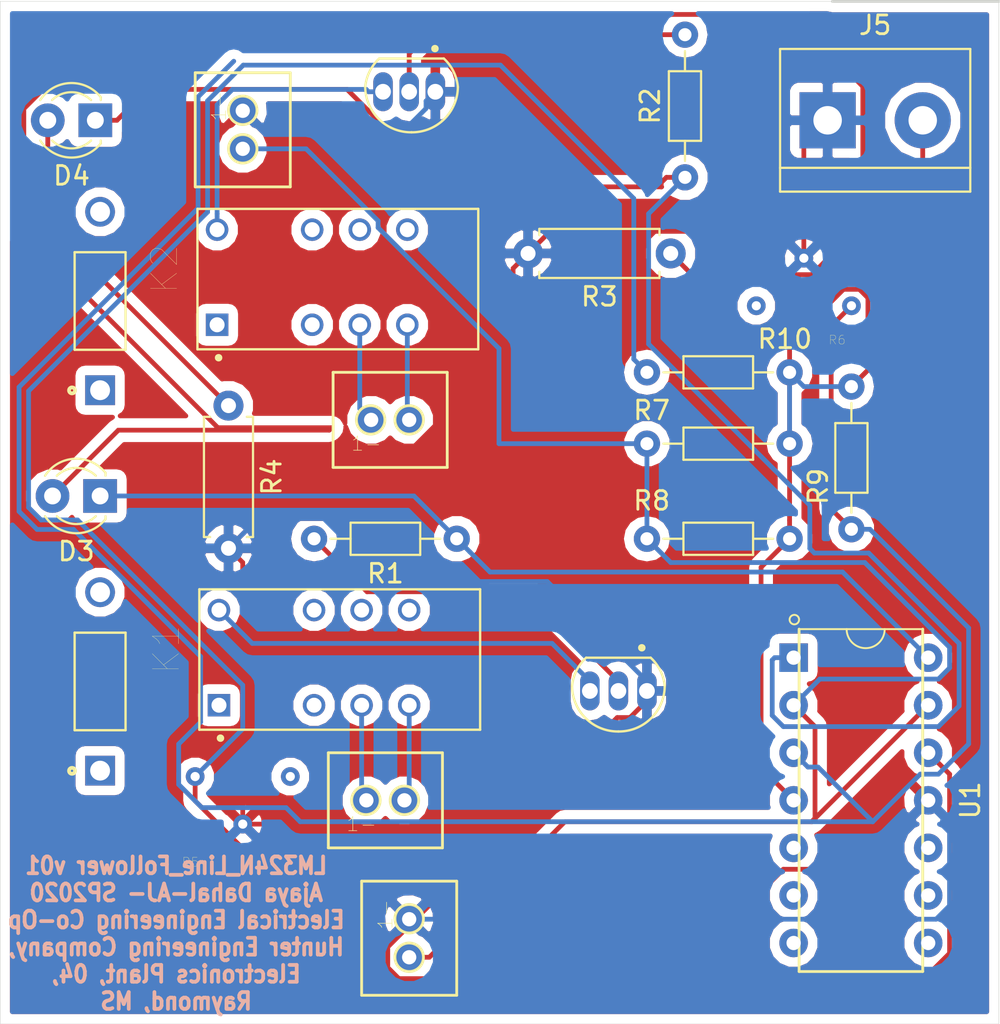
<source format=kicad_pcb>
(kicad_pcb (version 4) (host pcbnew 4.0.6)

  (general
    (links 38)
    (no_connects 0)
    (area 99.047299 93.904999 152.475001 148.602701)
    (thickness 1.6)
    (drawings 6)
    (tracks 204)
    (zones 0)
    (modules 24)
    (nets 34)
  )

  (page A4)
  (title_block
    (title "Line_Follower_LM324  ")
    (date 2020-01-28)
    (rev v01)
    (company "Hunter Engineering 04")
    (comment 1 "Electronics Plant")
    (comment 2 "Raymond, MS")
    (comment 3 "Ajaya Dahal-AJ")
  )

  (layers
    (0 F.Cu signal hide)
    (31 B.Cu signal hide)
    (32 B.Adhes user)
    (33 F.Adhes user)
    (34 B.Paste user)
    (35 F.Paste user)
    (36 B.SilkS user)
    (37 F.SilkS user)
    (38 B.Mask user)
    (39 F.Mask user)
    (40 Dwgs.User user)
    (41 Cmts.User user)
    (42 Eco1.User user)
    (43 Eco2.User user)
    (44 Edge.Cuts user)
    (45 Margin user)
    (46 B.CrtYd user)
    (47 F.CrtYd user)
    (48 B.Fab user)
    (49 F.Fab user)
  )

  (setup
    (last_trace_width 0.254)
    (trace_clearance 0.254)
    (zone_clearance 0.508)
    (zone_45_only no)
    (trace_min 0.1524)
    (segment_width 0.2)
    (edge_width 0.15)
    (via_size 0.762)
    (via_drill 0.381)
    (via_min_size 0.6858)
    (via_min_drill 0.3302)
    (uvia_size 0.762)
    (uvia_drill 0.381)
    (uvias_allowed no)
    (uvia_min_size 0.6858)
    (uvia_min_drill 0.3302)
    (pcb_text_width 0.3)
    (pcb_text_size 1.5 1.5)
    (mod_edge_width 0.15)
    (mod_text_size 1 1)
    (mod_text_width 0.15)
    (pad_size 1.04 2.08)
    (pad_drill 0.84)
    (pad_to_mask_clearance 0.0508)
    (aux_axis_origin -208.026 144.272)
    (visible_elements 7FFFEFFF)
    (pcbplotparams
      (layerselection 0x00030_80000001)
      (usegerberextensions false)
      (excludeedgelayer true)
      (linewidth 0.100000)
      (plotframeref false)
      (viasonmask false)
      (mode 1)
      (useauxorigin false)
      (hpglpennumber 1)
      (hpglpenspeed 20)
      (hpglpendiameter 15)
      (hpglpenoverlay 2)
      (psnegative false)
      (psa4output false)
      (plotreference true)
      (plotvalue true)
      (plotinvisibletext false)
      (padsonsilk false)
      (subtractmaskfromsilk false)
      (outputformat 1)
      (mirror false)
      (drillshape 1)
      (scaleselection 1)
      (outputdirectory ""))
  )

  (net 0 "")
  (net 1 "Net-(D3-Pad2)")
  (net 2 "Net-(D4-Pad2)")
  (net 3 "Net-(J1-Pad1)")
  (net 4 GND)
  (net 5 "Net-(J4-Pad1)")
  (net 6 "Net-(J4-Pad2)")
  (net 7 "Net-(D1-Pad1)")
  (net 8 "Net-(D1-Pad2)")
  (net 9 "Net-(K1-Pad3)")
  (net 10 "Net-(K1-Pad8)")
  (net 11 "Net-(K1-Pad10)")
  (net 12 "Net-(K1-Pad9)")
  (net 13 "Net-(D2-Pad1)")
  (net 14 "Net-(D2-Pad2)")
  (net 15 "Net-(K2-Pad3)")
  (net 16 "Net-(K2-Pad8)")
  (net 17 "Net-(K2-Pad10)")
  (net 18 "Net-(K2-Pad9)")
  (net 19 "Net-(Q1-Pad2)")
  (net 20 "Net-(Q2-Pad2)")
  (net 21 "Net-(U1-Pad5)")
  (net 22 "Net-(U1-Pad6)")
  (net 23 "Net-(U1-Pad7)")
  (net 24 "Net-(U1-Pad8)")
  (net 25 "Net-(U1-Pad9)")
  (net 26 "Net-(U1-Pad10)")
  (net 27 OutputPIN4)
  (net 28 OutputPIN1)
  (net 29 "Net-(J1-Pad2)")
  (net 30 Input1-)
  (net 31 V+)
  (net 32 Input4+)
  (net 33 Input1+)

  (net_class Default "This is the default net class."
    (clearance 0.254)
    (trace_width 0.254)
    (via_dia 0.762)
    (via_drill 0.381)
    (uvia_dia 0.762)
    (uvia_drill 0.381)
    (add_net GND)
    (add_net Input1+)
    (add_net Input1-)
    (add_net Input4+)
    (add_net "Net-(D1-Pad1)")
    (add_net "Net-(D1-Pad2)")
    (add_net "Net-(D2-Pad1)")
    (add_net "Net-(D2-Pad2)")
    (add_net "Net-(D3-Pad2)")
    (add_net "Net-(D4-Pad2)")
    (add_net "Net-(J1-Pad1)")
    (add_net "Net-(J1-Pad2)")
    (add_net "Net-(J4-Pad1)")
    (add_net "Net-(J4-Pad2)")
    (add_net "Net-(K1-Pad10)")
    (add_net "Net-(K1-Pad3)")
    (add_net "Net-(K1-Pad8)")
    (add_net "Net-(K1-Pad9)")
    (add_net "Net-(K2-Pad10)")
    (add_net "Net-(K2-Pad3)")
    (add_net "Net-(K2-Pad8)")
    (add_net "Net-(K2-Pad9)")
    (add_net "Net-(Q1-Pad2)")
    (add_net "Net-(Q2-Pad2)")
    (add_net "Net-(U1-Pad10)")
    (add_net "Net-(U1-Pad5)")
    (add_net "Net-(U1-Pad6)")
    (add_net "Net-(U1-Pad7)")
    (add_net "Net-(U1-Pad8)")
    (add_net "Net-(U1-Pad9)")
    (add_net OutputPIN1)
    (add_net OutputPIN4)
    (add_net V+)
  )

  (module "1n 4001:DIOAD953W69L521D272" (layer F.Cu) (tedit 5E31CD1A) (tstamp 5E309E7E)
    (at 104.394 109.982 90)
    (descr "<B>DIODE</B><p>diameter 2.54 mm, horizontal, grid 10.16 mm")
    (path /5E2F4C59)
    (fp_text reference D1 (at 0.593 -2.486 90) (layer F.Fab)
      (effects (font (size 1 1) (thickness 0.015)))
    )
    (fp_text value 1N4001 (at 9.233 2.759 90) (layer F.Fab)
      (effects (font (size 1 1) (thickness 0.015)))
    )
    (fp_line (start 2.605 1.36) (end -2.605 1.36) (layer F.Fab) (width 0.127))
    (fp_line (start 2.605 1.36) (end 2.605 -1.36) (layer F.Fab) (width 0.127))
    (fp_line (start -2.605 -1.36) (end 2.605 -1.36) (layer F.Fab) (width 0.127))
    (fp_line (start -2.605 -1.36) (end -2.605 1.36) (layer F.Fab) (width 0.127))
    (fp_line (start -0.635 0) (end 0 0) (layer F.Fab) (width 0.1524))
    (fp_line (start 1.016 -0.635) (end 1.016 0.635) (layer F.Fab) (width 0.1524))
    (fp_line (start 1.016 0.635) (end 0 0) (layer F.Fab) (width 0.1524))
    (fp_line (start 0 0) (end 1.524 0) (layer F.Fab) (width 0.1524))
    (fp_line (start 0 0) (end 1.016 -0.635) (layer F.Fab) (width 0.1524))
    (fp_line (start 0 -0.635) (end 0 0) (layer F.Fab) (width 0.1524))
    (fp_line (start 0 0) (end 0 0.635) (layer F.Fab) (width 0.1524))
    (fp_line (start -2.6 0) (end -3.65 0) (layer F.Fab) (width 0.127))
    (fp_line (start 2.6 0) (end 3.65 0) (layer F.Fab) (width 0.127))
    (fp_line (start -2.605 -1.36) (end 2.605 -1.36) (layer F.SilkS) (width 0.127))
    (fp_line (start 2.605 -1.36) (end 2.605 1.36) (layer F.SilkS) (width 0.127))
    (fp_line (start 2.605 1.36) (end -2.605 1.36) (layer F.SilkS) (width 0.127))
    (fp_line (start -2.605 1.36) (end -2.605 -1.36) (layer F.SilkS) (width 0.127))
    (fp_line (start -5.81 -1.045) (end -2.855 -1.045) (layer F.CrtYd) (width 0.05))
    (fp_line (start -2.855 -1.045) (end -2.855 -1.61) (layer F.CrtYd) (width 0.05))
    (fp_line (start -2.855 -1.61) (end 2.855 -1.61) (layer F.CrtYd) (width 0.05))
    (fp_line (start 2.855 -1.61) (end 2.855 -1.045) (layer F.CrtYd) (width 0.05))
    (fp_line (start 2.855 -1.045) (end 5.81 -1.045) (layer F.CrtYd) (width 0.05))
    (fp_line (start 5.81 -1.045) (end 5.81 1.045) (layer F.CrtYd) (width 0.05))
    (fp_line (start 5.81 1.045) (end 2.855 1.045) (layer F.CrtYd) (width 0.05))
    (fp_line (start 2.855 1.045) (end 2.855 1.61) (layer F.CrtYd) (width 0.05))
    (fp_line (start 2.855 1.61) (end -2.855 1.61) (layer F.CrtYd) (width 0.05))
    (fp_line (start -2.855 1.61) (end -2.855 1.045) (layer F.CrtYd) (width 0.05))
    (fp_line (start -2.855 1.045) (end -5.81 1.045) (layer F.CrtYd) (width 0.05))
    (fp_line (start -5.81 1.045) (end -5.81 -1.045) (layer F.CrtYd) (width 0.05))
    (fp_circle (center -4.775 -1.5) (end -4.614925 -1.5) (layer F.SilkS) (width 0.2))
    (pad A thru_hole circle (at 4.765 0 90) (size 1.59 1.59) (drill 1.06) (layers *.Cu *.Mask))
    (pad C thru_hole rect (at -4.765 0 90) (size 1.59 1.59) (drill 1.06) (layers *.Cu *.Mask))
  )

  (module "1n 4001:DIOAD953W69L521D272" (layer F.Cu) (tedit 5E31CD2A) (tstamp 5E309E84)
    (at 104.394 130.302 90)
    (descr "<B>DIODE</B><p>diameter 2.54 mm, horizontal, grid 10.16 mm")
    (path /5E3159F8)
    (fp_text reference D2 (at 0.593 -2.486 90) (layer F.Fab)
      (effects (font (size 1 1) (thickness 0.015)))
    )
    (fp_text value 1N4001 (at 9.233 2.759 90) (layer F.Fab)
      (effects (font (size 1 1) (thickness 0.015)))
    )
    (fp_line (start 2.605 1.36) (end -2.605 1.36) (layer F.Fab) (width 0.127))
    (fp_line (start 2.605 1.36) (end 2.605 -1.36) (layer F.Fab) (width 0.127))
    (fp_line (start -2.605 -1.36) (end 2.605 -1.36) (layer F.Fab) (width 0.127))
    (fp_line (start -2.605 -1.36) (end -2.605 1.36) (layer F.Fab) (width 0.127))
    (fp_line (start -0.635 0) (end 0 0) (layer F.Fab) (width 0.1524))
    (fp_line (start 1.016 -0.635) (end 1.016 0.635) (layer F.Fab) (width 0.1524))
    (fp_line (start 1.016 0.635) (end 0 0) (layer F.Fab) (width 0.1524))
    (fp_line (start 0 0) (end 1.524 0) (layer F.Fab) (width 0.1524))
    (fp_line (start 0 0) (end 1.016 -0.635) (layer F.Fab) (width 0.1524))
    (fp_line (start 0 -0.635) (end 0 0) (layer F.Fab) (width 0.1524))
    (fp_line (start 0 0) (end 0 0.635) (layer F.Fab) (width 0.1524))
    (fp_line (start -2.6 0) (end -3.65 0) (layer F.Fab) (width 0.127))
    (fp_line (start 2.6 0) (end 3.65 0) (layer F.Fab) (width 0.127))
    (fp_line (start -2.605 -1.36) (end 2.605 -1.36) (layer F.SilkS) (width 0.127))
    (fp_line (start 2.605 -1.36) (end 2.605 1.36) (layer F.SilkS) (width 0.127))
    (fp_line (start 2.605 1.36) (end -2.605 1.36) (layer F.SilkS) (width 0.127))
    (fp_line (start -2.605 1.36) (end -2.605 -1.36) (layer F.SilkS) (width 0.127))
    (fp_line (start -5.81 -1.045) (end -2.855 -1.045) (layer F.CrtYd) (width 0.05))
    (fp_line (start -2.855 -1.045) (end -2.855 -1.61) (layer F.CrtYd) (width 0.05))
    (fp_line (start -2.855 -1.61) (end 2.855 -1.61) (layer F.CrtYd) (width 0.05))
    (fp_line (start 2.855 -1.61) (end 2.855 -1.045) (layer F.CrtYd) (width 0.05))
    (fp_line (start 2.855 -1.045) (end 5.81 -1.045) (layer F.CrtYd) (width 0.05))
    (fp_line (start 5.81 -1.045) (end 5.81 1.045) (layer F.CrtYd) (width 0.05))
    (fp_line (start 5.81 1.045) (end 2.855 1.045) (layer F.CrtYd) (width 0.05))
    (fp_line (start 2.855 1.045) (end 2.855 1.61) (layer F.CrtYd) (width 0.05))
    (fp_line (start 2.855 1.61) (end -2.855 1.61) (layer F.CrtYd) (width 0.05))
    (fp_line (start -2.855 1.61) (end -2.855 1.045) (layer F.CrtYd) (width 0.05))
    (fp_line (start -2.855 1.045) (end -5.81 1.045) (layer F.CrtYd) (width 0.05))
    (fp_line (start -5.81 1.045) (end -5.81 -1.045) (layer F.CrtYd) (width 0.05))
    (fp_circle (center -4.775 -1.5) (end -4.614925 -1.5) (layer F.SilkS) (width 0.2))
    (pad A thru_hole circle (at 4.765 0 90) (size 1.59 1.59) (drill 1.06) (layers *.Cu *.Mask))
    (pad C thru_hole rect (at -4.765 0 90) (size 1.59 1.59) (drill 1.06) (layers *.Cu *.Mask))
  )

  (module LEDs:LED_D3.0mm (layer F.Cu) (tedit 587A3A7B) (tstamp 5E309E8A)
    (at 104.394 120.396 180)
    (descr "LED, diameter 3.0mm, 2 pins")
    (tags "LED diameter 3.0mm 2 pins")
    (path /5E3185B4)
    (fp_text reference D3 (at 1.27 -2.96 180) (layer F.SilkS)
      (effects (font (size 1 1) (thickness 0.15)))
    )
    (fp_text value LED (at 1.27 2.96 180) (layer F.Fab)
      (effects (font (size 1 1) (thickness 0.15)))
    )
    (fp_arc (start 1.27 0) (end -0.23 -1.16619) (angle 284.3) (layer F.Fab) (width 0.1))
    (fp_arc (start 1.27 0) (end -0.29 -1.235516) (angle 108.8) (layer F.SilkS) (width 0.12))
    (fp_arc (start 1.27 0) (end -0.29 1.235516) (angle -108.8) (layer F.SilkS) (width 0.12))
    (fp_arc (start 1.27 0) (end 0.229039 -1.08) (angle 87.9) (layer F.SilkS) (width 0.12))
    (fp_arc (start 1.27 0) (end 0.229039 1.08) (angle -87.9) (layer F.SilkS) (width 0.12))
    (fp_circle (center 1.27 0) (end 2.77 0) (layer F.Fab) (width 0.1))
    (fp_line (start -0.23 -1.16619) (end -0.23 1.16619) (layer F.Fab) (width 0.1))
    (fp_line (start -0.29 -1.236) (end -0.29 -1.08) (layer F.SilkS) (width 0.12))
    (fp_line (start -0.29 1.08) (end -0.29 1.236) (layer F.SilkS) (width 0.12))
    (fp_line (start -1.15 -2.25) (end -1.15 2.25) (layer F.CrtYd) (width 0.05))
    (fp_line (start -1.15 2.25) (end 3.7 2.25) (layer F.CrtYd) (width 0.05))
    (fp_line (start 3.7 2.25) (end 3.7 -2.25) (layer F.CrtYd) (width 0.05))
    (fp_line (start 3.7 -2.25) (end -1.15 -2.25) (layer F.CrtYd) (width 0.05))
    (pad 1 thru_hole rect (at 0 0 180) (size 1.8 1.8) (drill 0.9) (layers *.Cu *.Mask)
      (net 27 OutputPIN4))
    (pad 2 thru_hole circle (at 2.54 0 180) (size 1.8 1.8) (drill 0.9) (layers *.Cu *.Mask)
      (net 1 "Net-(D3-Pad2)"))
    (model ${KISYS3DMOD}/LEDs.3dshapes/LED_D3.0mm.wrl
      (at (xyz 0 0 0))
      (scale (xyz 0.393701 0.393701 0.393701))
      (rotate (xyz 0 0 0))
    )
  )

  (module LEDs:LED_D3.0mm (layer F.Cu) (tedit 587A3A7B) (tstamp 5E309E90)
    (at 104.14 100.33 180)
    (descr "LED, diameter 3.0mm, 2 pins")
    (tags "LED diameter 3.0mm 2 pins")
    (path /5E2F2918)
    (fp_text reference D4 (at 1.27 -2.96 180) (layer F.SilkS)
      (effects (font (size 1 1) (thickness 0.15)))
    )
    (fp_text value LED (at 1.27 2.96 180) (layer F.Fab)
      (effects (font (size 1 1) (thickness 0.15)))
    )
    (fp_arc (start 1.27 0) (end -0.23 -1.16619) (angle 284.3) (layer F.Fab) (width 0.1))
    (fp_arc (start 1.27 0) (end -0.29 -1.235516) (angle 108.8) (layer F.SilkS) (width 0.12))
    (fp_arc (start 1.27 0) (end -0.29 1.235516) (angle -108.8) (layer F.SilkS) (width 0.12))
    (fp_arc (start 1.27 0) (end 0.229039 -1.08) (angle 87.9) (layer F.SilkS) (width 0.12))
    (fp_arc (start 1.27 0) (end 0.229039 1.08) (angle -87.9) (layer F.SilkS) (width 0.12))
    (fp_circle (center 1.27 0) (end 2.77 0) (layer F.Fab) (width 0.1))
    (fp_line (start -0.23 -1.16619) (end -0.23 1.16619) (layer F.Fab) (width 0.1))
    (fp_line (start -0.29 -1.236) (end -0.29 -1.08) (layer F.SilkS) (width 0.12))
    (fp_line (start -0.29 1.08) (end -0.29 1.236) (layer F.SilkS) (width 0.12))
    (fp_line (start -1.15 -2.25) (end -1.15 2.25) (layer F.CrtYd) (width 0.05))
    (fp_line (start -1.15 2.25) (end 3.7 2.25) (layer F.CrtYd) (width 0.05))
    (fp_line (start 3.7 2.25) (end 3.7 -2.25) (layer F.CrtYd) (width 0.05))
    (fp_line (start 3.7 -2.25) (end -1.15 -2.25) (layer F.CrtYd) (width 0.05))
    (pad 1 thru_hole rect (at 0 0 180) (size 1.8 1.8) (drill 0.9) (layers *.Cu *.Mask)
      (net 28 OutputPIN1))
    (pad 2 thru_hole circle (at 2.54 0 180) (size 1.8 1.8) (drill 0.9) (layers *.Cu *.Mask)
      (net 2 "Net-(D4-Pad2)"))
    (model ${KISYS3DMOD}/LEDs.3dshapes/LED_D3.0mm.wrl
      (at (xyz 0 0 0))
      (scale (xyz 0.393701 0.393701 0.393701))
      (rotate (xyz 0 0 0))
    )
  )

  (module "2 pin male connector:2_pin_male_connector" (layer F.Cu) (tedit 5E31CDD4) (tstamp 5E309E96)
    (at 119.634 136.652)
    (path /5E3009FD)
    (fp_text reference J1 (at 0 3.302) (layer F.Fab)
      (effects (font (size 0.762 0.762) (thickness 0.0762)))
    )
    (fp_text value CONN_01X02_MALE (at 0 -3.048) (layer F.Fab)
      (effects (font (size 0.508 0.508) (thickness 0.0762)))
    )
    (fp_text user 1- (at -1.27 1.27) (layer F.SilkS)
      (effects (font (size 0.762 0.762) (thickness 0.03175)))
    )
    (fp_line (start -3.048 2.54) (end -3.048 -2.54) (layer F.SilkS) (width 0.15))
    (fp_line (start 3.048 2.54) (end -3.048 2.54) (layer F.SilkS) (width 0.15))
    (fp_line (start 3.048 -2.54) (end 3.048 2.54) (layer F.SilkS) (width 0.15))
    (fp_line (start -3.048 -2.54) (end 3.048 -2.54) (layer F.SilkS) (width 0.15))
    (fp_line (start -3.048 2.54) (end -3.048 -2.54) (layer F.Fab) (width 0.15))
    (fp_line (start 3.048 2.54) (end -3.048 2.54) (layer F.Fab) (width 0.15))
    (fp_line (start 3.048 -2.54) (end 3.048 2.54) (layer F.Fab) (width 0.15))
    (fp_line (start -3.048 -2.54) (end 3.048 -2.54) (layer F.Fab) (width 0.15))
    (fp_circle (center -1.016 0) (end -1.016 -0.762) (layer F.Fab) (width 0.15))
    (fp_circle (center 1.016 0) (end 1.016 -0.762) (layer F.Fab) (width 0.15))
    (fp_circle (center 1.016 0) (end 1.016 -0.762) (layer F.SilkS) (width 0.15))
    (fp_circle (center -1.041336 0) (end -1.041336 -0.762) (layer F.SilkS) (width 0.15))
    (pad 1 thru_hole circle (at -1.016 0) (size 1.524 1.524) (drill 0.762) (layers *.Cu *.Mask)
      (net 3 "Net-(J1-Pad1)"))
    (pad 2 thru_hole circle (at 1.016 0) (size 1.524 1.524) (drill 0.762) (layers *.Cu *.Mask)
      (net 29 "Net-(J1-Pad2)"))
  )

  (module "2 pin male connector:2_pin_male_connector" (layer F.Cu) (tedit 5E31CF33) (tstamp 5E309E9C)
    (at 120.904 144.018 270)
    (path /5E300AE7)
    (fp_text reference J2 (at 0 3.302 270) (layer F.Fab)
      (effects (font (size 0.762 0.762) (thickness 0.0762)))
    )
    (fp_text value CONN_01X02_MALE (at 0 -3.048 270) (layer F.Fab)
      (effects (font (size 0.508 0.508) (thickness 0.0762)))
    )
    (fp_text user 1- (at -1.27 1.27 450) (layer F.SilkS)
      (effects (font (size 0.762 0.762) (thickness 0.03175)))
    )
    (fp_line (start -3.048 2.54) (end -3.048 -2.54) (layer F.SilkS) (width 0.15))
    (fp_line (start 3.048 2.54) (end -3.048 2.54) (layer F.SilkS) (width 0.15))
    (fp_line (start 3.048 -2.54) (end 3.048 2.54) (layer F.SilkS) (width 0.15))
    (fp_line (start -3.048 -2.54) (end 3.048 -2.54) (layer F.SilkS) (width 0.15))
    (fp_line (start -3.048 2.54) (end -3.048 -2.54) (layer F.Fab) (width 0.15))
    (fp_line (start 3.048 2.54) (end -3.048 2.54) (layer F.Fab) (width 0.15))
    (fp_line (start 3.048 -2.54) (end 3.048 2.54) (layer F.Fab) (width 0.15))
    (fp_line (start -3.048 -2.54) (end 3.048 -2.54) (layer F.Fab) (width 0.15))
    (fp_circle (center -1.016 0) (end -1.016 -0.762) (layer F.Fab) (width 0.15))
    (fp_circle (center 1.016 0) (end 1.016 -0.762) (layer F.Fab) (width 0.15))
    (fp_circle (center 1.016 0) (end 1.016 -0.762) (layer F.SilkS) (width 0.15))
    (fp_circle (center -1.041336 0) (end -1.041336 -0.762) (layer F.SilkS) (width 0.15))
    (pad 1 thru_hole circle (at -1.016 0 270) (size 1.524 1.524) (drill 0.762) (layers *.Cu *.Mask)
      (net 4 GND))
    (pad 2 thru_hole circle (at 1.016 0 270) (size 1.524 1.524) (drill 0.762) (layers *.Cu *.Mask)
      (net 30 Input1-))
  )

  (module "2 pin male connector:2_pin_male_connector" (layer F.Cu) (tedit 5E31CDE1) (tstamp 5E309EA2)
    (at 112.014 100.838 270)
    (path /5E30092A)
    (fp_text reference J3 (at 0 3.302 270) (layer F.Fab)
      (effects (font (size 0.762 0.762) (thickness 0.0762)))
    )
    (fp_text value CONN_01X02_MALE (at 0 -3.048 270) (layer F.Fab)
      (effects (font (size 0.508 0.508) (thickness 0.0762)))
    )
    (fp_text user 1- (at -1.27 1.27 270) (layer F.SilkS)
      (effects (font (size 0.762 0.762) (thickness 0.03175)))
    )
    (fp_line (start -3.048 2.54) (end -3.048 -2.54) (layer F.SilkS) (width 0.15))
    (fp_line (start 3.048 2.54) (end -3.048 2.54) (layer F.SilkS) (width 0.15))
    (fp_line (start 3.048 -2.54) (end 3.048 2.54) (layer F.SilkS) (width 0.15))
    (fp_line (start -3.048 -2.54) (end 3.048 -2.54) (layer F.SilkS) (width 0.15))
    (fp_line (start -3.048 2.54) (end -3.048 -2.54) (layer F.Fab) (width 0.15))
    (fp_line (start 3.048 2.54) (end -3.048 2.54) (layer F.Fab) (width 0.15))
    (fp_line (start 3.048 -2.54) (end 3.048 2.54) (layer F.Fab) (width 0.15))
    (fp_line (start -3.048 -2.54) (end 3.048 -2.54) (layer F.Fab) (width 0.15))
    (fp_circle (center -1.016 0) (end -1.016 -0.762) (layer F.Fab) (width 0.15))
    (fp_circle (center 1.016 0) (end 1.016 -0.762) (layer F.Fab) (width 0.15))
    (fp_circle (center 1.016 0) (end 1.016 -0.762) (layer F.SilkS) (width 0.15))
    (fp_circle (center -1.041336 0) (end -1.041336 -0.762) (layer F.SilkS) (width 0.15))
    (pad 1 thru_hole circle (at -1.016 0 270) (size 1.524 1.524) (drill 0.762) (layers *.Cu *.Mask)
      (net 4 GND))
    (pad 2 thru_hole circle (at 1.016 0 270) (size 1.524 1.524) (drill 0.762) (layers *.Cu *.Mask)
      (net 30 Input1-))
  )

  (module "2 pin male connector:2_pin_male_connector" (layer F.Cu) (tedit 5E31CDDA) (tstamp 5E309EA8)
    (at 119.888 116.332)
    (path /5E3159FE)
    (fp_text reference J4 (at 0 3.302) (layer F.Fab)
      (effects (font (size 0.762 0.762) (thickness 0.0762)))
    )
    (fp_text value CONN_01X02_MALE (at 0 -3.048) (layer F.Fab)
      (effects (font (size 0.508 0.508) (thickness 0.0762)))
    )
    (fp_text user 1- (at -1.27 1.27) (layer F.SilkS)
      (effects (font (size 0.762 0.762) (thickness 0.03175)))
    )
    (fp_line (start -3.048 2.54) (end -3.048 -2.54) (layer F.SilkS) (width 0.15))
    (fp_line (start 3.048 2.54) (end -3.048 2.54) (layer F.SilkS) (width 0.15))
    (fp_line (start 3.048 -2.54) (end 3.048 2.54) (layer F.SilkS) (width 0.15))
    (fp_line (start -3.048 -2.54) (end 3.048 -2.54) (layer F.SilkS) (width 0.15))
    (fp_line (start -3.048 2.54) (end -3.048 -2.54) (layer F.Fab) (width 0.15))
    (fp_line (start 3.048 2.54) (end -3.048 2.54) (layer F.Fab) (width 0.15))
    (fp_line (start 3.048 -2.54) (end 3.048 2.54) (layer F.Fab) (width 0.15))
    (fp_line (start -3.048 -2.54) (end 3.048 -2.54) (layer F.Fab) (width 0.15))
    (fp_circle (center -1.016 0) (end -1.016 -0.762) (layer F.Fab) (width 0.15))
    (fp_circle (center 1.016 0) (end 1.016 -0.762) (layer F.Fab) (width 0.15))
    (fp_circle (center 1.016 0) (end 1.016 -0.762) (layer F.SilkS) (width 0.15))
    (fp_circle (center -1.041336 0) (end -1.041336 -0.762) (layer F.SilkS) (width 0.15))
    (pad 1 thru_hole circle (at -1.016 0) (size 1.524 1.524) (drill 0.762) (layers *.Cu *.Mask)
      (net 5 "Net-(J4-Pad1)"))
    (pad 2 thru_hole circle (at 1.016 0) (size 1.524 1.524) (drill 0.762) (layers *.Cu *.Mask)
      (net 6 "Net-(J4-Pad2)"))
  )

  (module Connectors_Terminal_Blocks:TerminalBlock_bornier-2_P5.08mm (layer F.Cu) (tedit 59FF03AB) (tstamp 5E309EAE)
    (at 143.256 100.33)
    (descr "simple 2-pin terminal block, pitch 5.08mm, revamped version of bornier2")
    (tags "terminal block bornier2")
    (path /5E332E79)
    (fp_text reference J5 (at 2.54 -5.08) (layer F.SilkS)
      (effects (font (size 1 1) (thickness 0.15)))
    )
    (fp_text value Screw_Terminal_1x02 (at 2.54 5.08) (layer F.Fab)
      (effects (font (size 1 1) (thickness 0.15)))
    )
    (fp_text user %R (at 2.54 0) (layer F.Fab)
      (effects (font (size 1 1) (thickness 0.15)))
    )
    (fp_line (start -2.41 2.55) (end 7.49 2.55) (layer F.Fab) (width 0.1))
    (fp_line (start -2.46 -3.75) (end -2.46 3.75) (layer F.Fab) (width 0.1))
    (fp_line (start -2.46 3.75) (end 7.54 3.75) (layer F.Fab) (width 0.1))
    (fp_line (start 7.54 3.75) (end 7.54 -3.75) (layer F.Fab) (width 0.1))
    (fp_line (start 7.54 -3.75) (end -2.46 -3.75) (layer F.Fab) (width 0.1))
    (fp_line (start 7.62 2.54) (end -2.54 2.54) (layer F.SilkS) (width 0.12))
    (fp_line (start 7.62 3.81) (end 7.62 -3.81) (layer F.SilkS) (width 0.12))
    (fp_line (start 7.62 -3.81) (end -2.54 -3.81) (layer F.SilkS) (width 0.12))
    (fp_line (start -2.54 -3.81) (end -2.54 3.81) (layer F.SilkS) (width 0.12))
    (fp_line (start -2.54 3.81) (end 7.62 3.81) (layer F.SilkS) (width 0.12))
    (fp_line (start -2.71 -4) (end 7.79 -4) (layer F.CrtYd) (width 0.05))
    (fp_line (start -2.71 -4) (end -2.71 4) (layer F.CrtYd) (width 0.05))
    (fp_line (start 7.79 4) (end 7.79 -4) (layer F.CrtYd) (width 0.05))
    (fp_line (start 7.79 4) (end -2.71 4) (layer F.CrtYd) (width 0.05))
    (pad 1 thru_hole rect (at 0 0) (size 3 3) (drill 1.52) (layers *.Cu *.Mask)
      (net 4 GND))
    (pad 2 thru_hole circle (at 5.08 0) (size 3 3) (drill 1.52) (layers *.Cu *.Mask)
      (net 31 V+))
    (model ${KISYS3DMOD}/Terminal_Blocks.3dshapes/TerminalBlock_bornier-2_P5.08mm.wrl
      (at (xyz 0.1 0 0))
      (scale (xyz 1 1 1))
      (rotate (xyz 0 0 0))
    )
  )

  (module EC2-5NU:RELAY_EC2-5NU (layer F.Cu) (tedit 5E2F46FD) (tstamp 5E309EBA)
    (at 117.194 129.032 90)
    (path /5E301B9B)
    (fp_text reference K1 (at 0.445 -9.259 90) (layer F.SilkS)
      (effects (font (size 1.4 1.4) (thickness 0.015)))
    )
    (fp_text value EC2-5NU (at 7.557 9.741 90) (layer F.Fab)
      (effects (font (size 1.4 1.4) (thickness 0.015)))
    )
    (fp_line (start -3.85 -7.5) (end 3.65 -7.5) (layer F.Fab) (width 0.127))
    (fp_line (start 3.65 -7.5) (end 3.65 7.5) (layer F.Fab) (width 0.127))
    (fp_line (start 3.65 7.5) (end -3.85 7.5) (layer F.Fab) (width 0.127))
    (fp_line (start -3.85 7.5) (end -3.85 -7.5) (layer F.Fab) (width 0.127))
    (fp_line (start -3.85 -7.5) (end 3.65 -7.5) (layer F.SilkS) (width 0.127))
    (fp_line (start 3.65 -7.5) (end 3.65 7.5) (layer F.SilkS) (width 0.127))
    (fp_line (start 3.65 7.5) (end -3.85 7.5) (layer F.SilkS) (width 0.127))
    (fp_line (start -3.85 7.5) (end -3.85 -7.5) (layer F.SilkS) (width 0.127))
    (fp_circle (center -4.3 -6.37) (end -4.2 -6.37) (layer F.Fab) (width 0.2))
    (fp_circle (center -4.3 -6.37) (end -4.2 -6.37) (layer F.SilkS) (width 0.2))
    (fp_line (start 3.9 -7.75) (end -4.1 -7.75) (layer F.CrtYd) (width 0.05))
    (fp_line (start -4.1 -7.75) (end -4.1 7.75) (layer F.CrtYd) (width 0.05))
    (fp_line (start -4.1 7.75) (end 3.9 7.75) (layer F.CrtYd) (width 0.05))
    (fp_line (start 3.9 7.75) (end 3.9 -7.75) (layer F.CrtYd) (width 0.05))
    (pad 1 thru_hole rect (at -2.54 -6.45 90) (size 1.2 1.2) (drill 0.8) (layers *.Cu *.Mask)
      (net 7 "Net-(D1-Pad1)"))
    (pad 12 thru_hole circle (at 2.54 -6.45 90) (size 1.2 1.2) (drill 0.8) (layers *.Cu *.Mask)
      (net 8 "Net-(D1-Pad2)"))
    (pad 3 thru_hole circle (at -2.54 -1.37 90) (size 1.2 1.2) (drill 0.8) (layers *.Cu *.Mask)
      (net 9 "Net-(K1-Pad3)"))
    (pad 8 thru_hole circle (at 2.54 3.71 90) (size 1.2 1.2) (drill 0.8) (layers *.Cu *.Mask)
      (net 10 "Net-(K1-Pad8)"))
    (pad 4 thru_hole circle (at -2.54 1.17 90) (size 1.2 1.2) (drill 0.8) (layers *.Cu *.Mask)
      (net 3 "Net-(J1-Pad1)"))
    (pad 5 thru_hole circle (at -2.54 3.71 90) (size 1.2 1.2) (drill 0.8) (layers *.Cu *.Mask)
      (net 29 "Net-(J1-Pad2)"))
    (pad 10 thru_hole circle (at 2.54 -1.37 90) (size 1.2 1.2) (drill 0.8) (layers *.Cu *.Mask)
      (net 11 "Net-(K1-Pad10)"))
    (pad 9 thru_hole circle (at 2.54 1.17 90) (size 1.2 1.2) (drill 0.8) (layers *.Cu *.Mask)
      (net 12 "Net-(K1-Pad9)"))
  )

  (module EC2-5NU:RELAY_EC2-5NU (layer F.Cu) (tedit 5E2F46FD) (tstamp 5E309EC6)
    (at 117.094 108.712 90)
    (path /5E315A07)
    (fp_text reference K2 (at 0.445 -9.259 90) (layer F.SilkS)
      (effects (font (size 1.4 1.4) (thickness 0.015)))
    )
    (fp_text value EC2-5NU (at 7.557 9.741 90) (layer F.Fab)
      (effects (font (size 1.4 1.4) (thickness 0.015)))
    )
    (fp_line (start -3.85 -7.5) (end 3.65 -7.5) (layer F.Fab) (width 0.127))
    (fp_line (start 3.65 -7.5) (end 3.65 7.5) (layer F.Fab) (width 0.127))
    (fp_line (start 3.65 7.5) (end -3.85 7.5) (layer F.Fab) (width 0.127))
    (fp_line (start -3.85 7.5) (end -3.85 -7.5) (layer F.Fab) (width 0.127))
    (fp_line (start -3.85 -7.5) (end 3.65 -7.5) (layer F.SilkS) (width 0.127))
    (fp_line (start 3.65 -7.5) (end 3.65 7.5) (layer F.SilkS) (width 0.127))
    (fp_line (start 3.65 7.5) (end -3.85 7.5) (layer F.SilkS) (width 0.127))
    (fp_line (start -3.85 7.5) (end -3.85 -7.5) (layer F.SilkS) (width 0.127))
    (fp_circle (center -4.3 -6.37) (end -4.2 -6.37) (layer F.Fab) (width 0.2))
    (fp_circle (center -4.3 -6.37) (end -4.2 -6.37) (layer F.SilkS) (width 0.2))
    (fp_line (start 3.9 -7.75) (end -4.1 -7.75) (layer F.CrtYd) (width 0.05))
    (fp_line (start -4.1 -7.75) (end -4.1 7.75) (layer F.CrtYd) (width 0.05))
    (fp_line (start -4.1 7.75) (end 3.9 7.75) (layer F.CrtYd) (width 0.05))
    (fp_line (start 3.9 7.75) (end 3.9 -7.75) (layer F.CrtYd) (width 0.05))
    (pad 1 thru_hole rect (at -2.54 -6.45 90) (size 1.2 1.2) (drill 0.8) (layers *.Cu *.Mask)
      (net 13 "Net-(D2-Pad1)"))
    (pad 12 thru_hole circle (at 2.54 -6.45 90) (size 1.2 1.2) (drill 0.8) (layers *.Cu *.Mask)
      (net 14 "Net-(D2-Pad2)"))
    (pad 3 thru_hole circle (at -2.54 -1.37 90) (size 1.2 1.2) (drill 0.8) (layers *.Cu *.Mask)
      (net 15 "Net-(K2-Pad3)"))
    (pad 8 thru_hole circle (at 2.54 3.71 90) (size 1.2 1.2) (drill 0.8) (layers *.Cu *.Mask)
      (net 16 "Net-(K2-Pad8)"))
    (pad 4 thru_hole circle (at -2.54 1.17 90) (size 1.2 1.2) (drill 0.8) (layers *.Cu *.Mask)
      (net 5 "Net-(J4-Pad1)"))
    (pad 5 thru_hole circle (at -2.54 3.71 90) (size 1.2 1.2) (drill 0.8) (layers *.Cu *.Mask)
      (net 6 "Net-(J4-Pad2)"))
    (pad 10 thru_hole circle (at 2.54 -1.37 90) (size 1.2 1.2) (drill 0.8) (layers *.Cu *.Mask)
      (net 17 "Net-(K2-Pad10)"))
    (pad 9 thru_hole circle (at 2.54 1.17 90) (size 1.2 1.2) (drill 0.8) (layers *.Cu *.Mask)
      (net 18 "Net-(K2-Pad9)"))
  )

  (module 2N3904:TO92127P495H495-3 (layer F.Cu) (tedit 5E31CD79) (tstamp 5E309ECD)
    (at 132.08 130.81 180)
    (path /5E2F3B6C)
    (fp_text reference Q1 (at 0.675 -3.33 180) (layer F.Fab)
      (effects (font (size 1 1) (thickness 0.015)))
    )
    (fp_text value 2N3904 (at 8.295 3.19 180) (layer F.Fab)
      (effects (font (size 1 1) (thickness 0.015)))
    )
    (fp_line (start -2.725 0.255) (end -2.725 2.025) (layer F.CrtYd) (width 0.05))
    (fp_line (start -2.725 2.025) (end 2.725 2.025) (layer F.CrtYd) (width 0.05))
    (fp_line (start 2.725 2.025) (end 2.725 0.255) (layer F.CrtYd) (width 0.05))
    (fp_circle (center -1.25 2.305) (end -1.15 2.305) (layer F.SilkS) (width 0.2))
    (fp_circle (center -1.25 2.305) (end -1.15 2.305) (layer F.Fab) (width 0.2))
    (fp_line (start -1.725 1.775) (end 1.725 1.775) (layer F.SilkS) (width 0.127))
    (fp_arc (start -0.115631 0.03587) (end -2.475 0.255) (angle -41.913) (layer F.SilkS) (width 0.127))
    (fp_arc (start -0.0275 0.2825) (end 0 -2.165) (angle -90) (layer F.SilkS) (width 0.127))
    (fp_arc (start 0.0275 0.2825) (end 2.475 0.255) (angle -90) (layer F.SilkS) (width 0.127))
    (fp_arc (start 0.115631 0.03587) (end 2.475 0.255) (angle 41.913) (layer F.SilkS) (width 0.127))
    (fp_line (start -1.725 1.775) (end 1.725 1.775) (layer F.Fab) (width 0.127))
    (fp_arc (start -0.115631 0.03587) (end -2.475 0.255) (angle -41.913) (layer F.Fab) (width 0.127))
    (fp_arc (start -0.0275 0.2825) (end 0 -2.165) (angle -90) (layer F.Fab) (width 0.127))
    (fp_arc (start 0.0275 0.2825) (end 2.475 0.255) (angle -90) (layer F.Fab) (width 0.127))
    (fp_arc (start 0.115631 0.03587) (end 2.475 0.255) (angle 41.913) (layer F.Fab) (width 0.127))
    (fp_arc (start -0.0275 0.2825) (end 0 -2.415) (angle -90) (layer F.CrtYd) (width 0.05))
    (fp_arc (start 0.0275 0.2825) (end 0 -2.415) (angle 90) (layer F.CrtYd) (width 0.05))
    (pad 1 thru_hole oval (at -1.524 0 180) (size 1.04 2.08) (drill 0.84) (layers *.Cu *.Mask)
      (net 4 GND))
    (pad 2 thru_hole oval (at 0 0 180) (size 1.04 2.08) (drill 0.84) (layers *.Cu *.Mask)
      (net 19 "Net-(Q1-Pad2)"))
    (pad 3 thru_hole oval (at 1.524 0 180) (size 1.04 2.08) (drill 0.84) (layers *.Cu *.Mask)
      (net 8 "Net-(D1-Pad2)"))
  )

  (module 2N3904:TO92127P495H495-3 (layer F.Cu) (tedit 5E31CD7E) (tstamp 5E309ED4)
    (at 121.031 98.806 180)
    (path /5E3159F2)
    (fp_text reference Q2 (at 0.675 -3.33 180) (layer F.Fab)
      (effects (font (size 1 1) (thickness 0.015)))
    )
    (fp_text value 2N3904 (at 8.295 3.19 180) (layer F.Fab)
      (effects (font (size 1 1) (thickness 0.015)))
    )
    (fp_line (start -2.725 0.255) (end -2.725 2.025) (layer F.CrtYd) (width 0.05))
    (fp_line (start -2.725 2.025) (end 2.725 2.025) (layer F.CrtYd) (width 0.05))
    (fp_line (start 2.725 2.025) (end 2.725 0.255) (layer F.CrtYd) (width 0.05))
    (fp_circle (center -1.25 2.305) (end -1.15 2.305) (layer F.SilkS) (width 0.2))
    (fp_circle (center -1.25 2.305) (end -1.15 2.305) (layer F.Fab) (width 0.2))
    (fp_line (start -1.725 1.775) (end 1.725 1.775) (layer F.SilkS) (width 0.127))
    (fp_arc (start -0.115631 0.03587) (end -2.475 0.255) (angle -41.913) (layer F.SilkS) (width 0.127))
    (fp_arc (start -0.0275 0.2825) (end 0 -2.165) (angle -90) (layer F.SilkS) (width 0.127))
    (fp_arc (start 0.0275 0.2825) (end 2.475 0.255) (angle -90) (layer F.SilkS) (width 0.127))
    (fp_arc (start 0.115631 0.03587) (end 2.475 0.255) (angle 41.913) (layer F.SilkS) (width 0.127))
    (fp_line (start -1.725 1.775) (end 1.725 1.775) (layer F.Fab) (width 0.127))
    (fp_arc (start -0.115631 0.03587) (end -2.475 0.255) (angle -41.913) (layer F.Fab) (width 0.127))
    (fp_arc (start -0.0275 0.2825) (end 0 -2.165) (angle -90) (layer F.Fab) (width 0.127))
    (fp_arc (start 0.0275 0.2825) (end 2.475 0.255) (angle -90) (layer F.Fab) (width 0.127))
    (fp_arc (start 0.115631 0.03587) (end 2.475 0.255) (angle 41.913) (layer F.Fab) (width 0.127))
    (fp_arc (start -0.0275 0.2825) (end 0 -2.415) (angle -90) (layer F.CrtYd) (width 0.05))
    (fp_arc (start 0.0275 0.2825) (end 0 -2.415) (angle 90) (layer F.CrtYd) (width 0.05))
    (pad 1 thru_hole oval (at -1.27 0 180) (size 1.04 2.08) (drill 0.84) (layers *.Cu *.Mask)
      (net 4 GND))
    (pad 2 thru_hole oval (at 0.127 0 180) (size 1.04 2.08) (drill 0.84) (layers *.Cu *.Mask)
      (net 20 "Net-(Q2-Pad2)"))
    (pad 3 thru_hole oval (at 1.524 0 180) (size 1.04 2.08) (drill 0.84) (layers *.Cu *.Mask)
      (net 14 "Net-(D2-Pad2)"))
  )

  (module Resistors_THT:R_Axial_DIN0204_L3.6mm_D1.6mm_P7.62mm_Horizontal (layer F.Cu) (tedit 5874F706) (tstamp 5E309EDA)
    (at 123.444 122.682 180)
    (descr "Resistor, Axial_DIN0204 series, Axial, Horizontal, pin pitch=7.62mm, 0.16666666666666666W = 1/6W, length*diameter=3.6*1.6mm^2, http://cdn-reichelt.de/documents/datenblatt/B400/1_4W%23YAG.pdf")
    (tags "Resistor Axial_DIN0204 series Axial Horizontal pin pitch 7.62mm 0.16666666666666666W = 1/6W length 3.6mm diameter 1.6mm")
    (path /5E3185AE)
    (fp_text reference R1 (at 3.81 -1.86 180) (layer F.SilkS)
      (effects (font (size 1 1) (thickness 0.15)))
    )
    (fp_text value 1k (at 3.81 1.86 180) (layer F.Fab)
      (effects (font (size 1 1) (thickness 0.15)))
    )
    (fp_line (start 2.01 -0.8) (end 2.01 0.8) (layer F.Fab) (width 0.1))
    (fp_line (start 2.01 0.8) (end 5.61 0.8) (layer F.Fab) (width 0.1))
    (fp_line (start 5.61 0.8) (end 5.61 -0.8) (layer F.Fab) (width 0.1))
    (fp_line (start 5.61 -0.8) (end 2.01 -0.8) (layer F.Fab) (width 0.1))
    (fp_line (start 0 0) (end 2.01 0) (layer F.Fab) (width 0.1))
    (fp_line (start 7.62 0) (end 5.61 0) (layer F.Fab) (width 0.1))
    (fp_line (start 1.95 -0.86) (end 1.95 0.86) (layer F.SilkS) (width 0.12))
    (fp_line (start 1.95 0.86) (end 5.67 0.86) (layer F.SilkS) (width 0.12))
    (fp_line (start 5.67 0.86) (end 5.67 -0.86) (layer F.SilkS) (width 0.12))
    (fp_line (start 5.67 -0.86) (end 1.95 -0.86) (layer F.SilkS) (width 0.12))
    (fp_line (start 0.88 0) (end 1.95 0) (layer F.SilkS) (width 0.12))
    (fp_line (start 6.74 0) (end 5.67 0) (layer F.SilkS) (width 0.12))
    (fp_line (start -0.95 -1.15) (end -0.95 1.15) (layer F.CrtYd) (width 0.05))
    (fp_line (start -0.95 1.15) (end 8.6 1.15) (layer F.CrtYd) (width 0.05))
    (fp_line (start 8.6 1.15) (end 8.6 -1.15) (layer F.CrtYd) (width 0.05))
    (fp_line (start 8.6 -1.15) (end -0.95 -1.15) (layer F.CrtYd) (width 0.05))
    (pad 1 thru_hole circle (at 0 0 180) (size 1.4 1.4) (drill 0.7) (layers *.Cu *.Mask)
      (net 27 OutputPIN4))
    (pad 2 thru_hole oval (at 7.62 0 180) (size 1.4 1.4) (drill 0.7) (layers *.Cu *.Mask)
      (net 19 "Net-(Q1-Pad2)"))
    (model ${KISYS3DMOD}/Resistors_THT.3dshapes/R_Axial_DIN0204_L3.6mm_D1.6mm_P7.62mm_Horizontal.wrl
      (at (xyz 0 0 0))
      (scale (xyz 0.393701 0.393701 0.393701))
      (rotate (xyz 0 0 0))
    )
  )

  (module Resistors_THT:R_Axial_DIN0204_L3.6mm_D1.6mm_P7.62mm_Horizontal (layer F.Cu) (tedit 5874F706) (tstamp 5E309EE0)
    (at 135.636 103.378 90)
    (descr "Resistor, Axial_DIN0204 series, Axial, Horizontal, pin pitch=7.62mm, 0.16666666666666666W = 1/6W, length*diameter=3.6*1.6mm^2, http://cdn-reichelt.de/documents/datenblatt/B400/1_4W%23YAG.pdf")
    (tags "Resistor Axial_DIN0204 series Axial Horizontal pin pitch 7.62mm 0.16666666666666666W = 1/6W length 3.6mm diameter 1.6mm")
    (path /5E2F0D37)
    (fp_text reference R2 (at 3.81 -1.86 90) (layer F.SilkS)
      (effects (font (size 1 1) (thickness 0.15)))
    )
    (fp_text value 1k (at 3.81 1.86 90) (layer F.Fab)
      (effects (font (size 1 1) (thickness 0.15)))
    )
    (fp_line (start 2.01 -0.8) (end 2.01 0.8) (layer F.Fab) (width 0.1))
    (fp_line (start 2.01 0.8) (end 5.61 0.8) (layer F.Fab) (width 0.1))
    (fp_line (start 5.61 0.8) (end 5.61 -0.8) (layer F.Fab) (width 0.1))
    (fp_line (start 5.61 -0.8) (end 2.01 -0.8) (layer F.Fab) (width 0.1))
    (fp_line (start 0 0) (end 2.01 0) (layer F.Fab) (width 0.1))
    (fp_line (start 7.62 0) (end 5.61 0) (layer F.Fab) (width 0.1))
    (fp_line (start 1.95 -0.86) (end 1.95 0.86) (layer F.SilkS) (width 0.12))
    (fp_line (start 1.95 0.86) (end 5.67 0.86) (layer F.SilkS) (width 0.12))
    (fp_line (start 5.67 0.86) (end 5.67 -0.86) (layer F.SilkS) (width 0.12))
    (fp_line (start 5.67 -0.86) (end 1.95 -0.86) (layer F.SilkS) (width 0.12))
    (fp_line (start 0.88 0) (end 1.95 0) (layer F.SilkS) (width 0.12))
    (fp_line (start 6.74 0) (end 5.67 0) (layer F.SilkS) (width 0.12))
    (fp_line (start -0.95 -1.15) (end -0.95 1.15) (layer F.CrtYd) (width 0.05))
    (fp_line (start -0.95 1.15) (end 8.6 1.15) (layer F.CrtYd) (width 0.05))
    (fp_line (start 8.6 1.15) (end 8.6 -1.15) (layer F.CrtYd) (width 0.05))
    (fp_line (start 8.6 -1.15) (end -0.95 -1.15) (layer F.CrtYd) (width 0.05))
    (pad 1 thru_hole circle (at 0 0 90) (size 1.4 1.4) (drill 0.7) (layers *.Cu *.Mask)
      (net 28 OutputPIN1))
    (pad 2 thru_hole oval (at 7.62 0 90) (size 1.4 1.4) (drill 0.7) (layers *.Cu *.Mask)
      (net 20 "Net-(Q2-Pad2)"))
    (model ${KISYS3DMOD}/Resistors_THT.3dshapes/R_Axial_DIN0204_L3.6mm_D1.6mm_P7.62mm_Horizontal.wrl
      (at (xyz 0 0 0))
      (scale (xyz 0.393701 0.393701 0.393701))
      (rotate (xyz 0 0 0))
    )
  )

  (module Resistors_THT:R_Axial_DIN0207_L6.3mm_D2.5mm_P7.62mm_Horizontal (layer F.Cu) (tedit 5874F706) (tstamp 5E309EE6)
    (at 134.874 107.442 180)
    (descr "Resistor, Axial_DIN0207 series, Axial, Horizontal, pin pitch=7.62mm, 0.25W = 1/4W, length*diameter=6.3*2.5mm^2, http://cdn-reichelt.de/documents/datenblatt/B400/1_4W%23YAG.pdf")
    (tags "Resistor Axial_DIN0207 series Axial Horizontal pin pitch 7.62mm 0.25W = 1/4W length 6.3mm diameter 2.5mm")
    (path /5E3207AC)
    (fp_text reference R3 (at 3.81 -2.31 180) (layer F.SilkS)
      (effects (font (size 1 1) (thickness 0.15)))
    )
    (fp_text value 270 (at 3.81 2.31 180) (layer F.Fab)
      (effects (font (size 1 1) (thickness 0.15)))
    )
    (fp_line (start 0.66 -1.25) (end 0.66 1.25) (layer F.Fab) (width 0.1))
    (fp_line (start 0.66 1.25) (end 6.96 1.25) (layer F.Fab) (width 0.1))
    (fp_line (start 6.96 1.25) (end 6.96 -1.25) (layer F.Fab) (width 0.1))
    (fp_line (start 6.96 -1.25) (end 0.66 -1.25) (layer F.Fab) (width 0.1))
    (fp_line (start 0 0) (end 0.66 0) (layer F.Fab) (width 0.1))
    (fp_line (start 7.62 0) (end 6.96 0) (layer F.Fab) (width 0.1))
    (fp_line (start 0.6 -0.98) (end 0.6 -1.31) (layer F.SilkS) (width 0.12))
    (fp_line (start 0.6 -1.31) (end 7.02 -1.31) (layer F.SilkS) (width 0.12))
    (fp_line (start 7.02 -1.31) (end 7.02 -0.98) (layer F.SilkS) (width 0.12))
    (fp_line (start 0.6 0.98) (end 0.6 1.31) (layer F.SilkS) (width 0.12))
    (fp_line (start 0.6 1.31) (end 7.02 1.31) (layer F.SilkS) (width 0.12))
    (fp_line (start 7.02 1.31) (end 7.02 0.98) (layer F.SilkS) (width 0.12))
    (fp_line (start -1.05 -1.6) (end -1.05 1.6) (layer F.CrtYd) (width 0.05))
    (fp_line (start -1.05 1.6) (end 8.7 1.6) (layer F.CrtYd) (width 0.05))
    (fp_line (start 8.7 1.6) (end 8.7 -1.6) (layer F.CrtYd) (width 0.05))
    (fp_line (start 8.7 -1.6) (end -1.05 -1.6) (layer F.CrtYd) (width 0.05))
    (pad 1 thru_hole circle (at 0 0 180) (size 1.6 1.6) (drill 0.8) (layers *.Cu *.Mask)
      (net 1 "Net-(D3-Pad2)"))
    (pad 2 thru_hole oval (at 7.62 0 180) (size 1.6 1.6) (drill 0.8) (layers *.Cu *.Mask)
      (net 4 GND))
    (model ${KISYS3DMOD}/Resistors_THT.3dshapes/R_Axial_DIN0207_L6.3mm_D2.5mm_P7.62mm_Horizontal.wrl
      (at (xyz 0 0 0))
      (scale (xyz 0.393701 0.393701 0.393701))
      (rotate (xyz 0 0 0))
    )
  )

  (module Resistors_THT:R_Axial_DIN0207_L6.3mm_D2.5mm_P7.62mm_Horizontal (layer F.Cu) (tedit 5874F706) (tstamp 5E309EEC)
    (at 111.252 115.57 270)
    (descr "Resistor, Axial_DIN0207 series, Axial, Horizontal, pin pitch=7.62mm, 0.25W = 1/4W, length*diameter=6.3*2.5mm^2, http://cdn-reichelt.de/documents/datenblatt/B400/1_4W%23YAG.pdf")
    (tags "Resistor Axial_DIN0207 series Axial Horizontal pin pitch 7.62mm 0.25W = 1/4W length 6.3mm diameter 2.5mm")
    (path /5E3206CB)
    (fp_text reference R4 (at 3.81 -2.31 270) (layer F.SilkS)
      (effects (font (size 1 1) (thickness 0.15)))
    )
    (fp_text value 270 (at 3.81 2.31 270) (layer F.Fab)
      (effects (font (size 1 1) (thickness 0.15)))
    )
    (fp_line (start 0.66 -1.25) (end 0.66 1.25) (layer F.Fab) (width 0.1))
    (fp_line (start 0.66 1.25) (end 6.96 1.25) (layer F.Fab) (width 0.1))
    (fp_line (start 6.96 1.25) (end 6.96 -1.25) (layer F.Fab) (width 0.1))
    (fp_line (start 6.96 -1.25) (end 0.66 -1.25) (layer F.Fab) (width 0.1))
    (fp_line (start 0 0) (end 0.66 0) (layer F.Fab) (width 0.1))
    (fp_line (start 7.62 0) (end 6.96 0) (layer F.Fab) (width 0.1))
    (fp_line (start 0.6 -0.98) (end 0.6 -1.31) (layer F.SilkS) (width 0.12))
    (fp_line (start 0.6 -1.31) (end 7.02 -1.31) (layer F.SilkS) (width 0.12))
    (fp_line (start 7.02 -1.31) (end 7.02 -0.98) (layer F.SilkS) (width 0.12))
    (fp_line (start 0.6 0.98) (end 0.6 1.31) (layer F.SilkS) (width 0.12))
    (fp_line (start 0.6 1.31) (end 7.02 1.31) (layer F.SilkS) (width 0.12))
    (fp_line (start 7.02 1.31) (end 7.02 0.98) (layer F.SilkS) (width 0.12))
    (fp_line (start -1.05 -1.6) (end -1.05 1.6) (layer F.CrtYd) (width 0.05))
    (fp_line (start -1.05 1.6) (end 8.7 1.6) (layer F.CrtYd) (width 0.05))
    (fp_line (start 8.7 1.6) (end 8.7 -1.6) (layer F.CrtYd) (width 0.05))
    (fp_line (start 8.7 -1.6) (end -1.05 -1.6) (layer F.CrtYd) (width 0.05))
    (pad 1 thru_hole circle (at 0 0 270) (size 1.6 1.6) (drill 0.8) (layers *.Cu *.Mask)
      (net 2 "Net-(D4-Pad2)"))
    (pad 2 thru_hole oval (at 7.62 0 270) (size 1.6 1.6) (drill 0.8) (layers *.Cu *.Mask)
      (net 4 GND))
    (model ${KISYS3DMOD}/Resistors_THT.3dshapes/R_Axial_DIN0207_L6.3mm_D2.5mm_P7.62mm_Horizontal.wrl
      (at (xyz 0 0 0))
      (scale (xyz 0.393701 0.393701 0.393701))
      (rotate (xyz 0 0 0))
    )
  )

  (module pot:TRIM_3266W-1-103LF (layer F.Cu) (tedit 5E303E18) (tstamp 5E309EF3)
    (at 108.7113 138.8633)
    (path /5E2F419D)
    (fp_text reference R5 (at 0.5087 1.0907) (layer F.SilkS)
      (effects (font (size 0.480113 0.480113) (thickness 0.015)))
    )
    (fp_text value 10k (at 5.493483 0.696097) (layer F.Fab)
      (effects (font (size 0.48062 0.48062) (thickness 0.015)))
    )
    (fp_circle (center 1.2198 -3.2302) (end 2.1098 -3.2302) (layer Dwgs.User) (width 0.05))
    (fp_line (start 2.0014 -3.6236) (end 0.423 -3.6236) (layer Dwgs.User) (width 0.05))
    (fp_line (start 0.423 -3.6236) (end 0.423 -3.6219) (layer F.Fab) (width 0.05))
    (fp_line (start 2.0083 -2.8295) (end 0.4299 -2.8295) (layer Dwgs.User) (width 0.05))
    (fp_line (start 0 0) (end 6.71 0) (layer F.Fab) (width 0.05))
    (fp_line (start 6.71 0) (end 6.71 -4.5) (layer F.Fab) (width 0.05))
    (fp_line (start 6.71 -4.5) (end 0 -4.5) (layer F.Fab) (width 0.05))
    (fp_line (start 0 -4.5) (end 0 0) (layer F.Fab) (width 0.05))
    (pad 1 thru_hole circle (at 0.7597 -3.4809) (size 0.998 0.998) (drill 0.49) (layers *.Cu *.Mask)
      (net 32 Input4+))
    (pad 2 thru_hole circle (at 3.3027 -0.9399) (size 0.998 0.998) (drill 0.49) (layers *.Cu *.Mask)
      (net 4 GND))
    (pad 3 thru_hole circle (at 5.8427 -3.4813) (size 0.998 0.998) (drill 0.49) (layers *.Cu *.Mask))
  )

  (module pot:TRIM_3266W-1-103LF (layer F.Cu) (tedit 5E303E18) (tstamp 5E309EFA)
    (at 145.2887 106.7561 180)
    (path /5E2F404C)
    (fp_text reference R6 (at 1.52436 -5.306052 180) (layer F.SilkS)
      (effects (font (size 0.480113 0.480113) (thickness 0.015)))
    )
    (fp_text value 10k (at 5.493483 0.696097 180) (layer F.Fab)
      (effects (font (size 0.48062 0.48062) (thickness 0.015)))
    )
    (fp_circle (center 1.2198 -3.2302) (end 2.1098 -3.2302) (layer Dwgs.User) (width 0.05))
    (fp_line (start 2.0014 -3.6236) (end 0.423 -3.6236) (layer Dwgs.User) (width 0.05))
    (fp_line (start 0.423 -3.6236) (end 0.423 -3.6219) (layer F.Fab) (width 0.05))
    (fp_line (start 2.0083 -2.8295) (end 0.4299 -2.8295) (layer Dwgs.User) (width 0.05))
    (fp_line (start 0 0) (end 6.71 0) (layer F.Fab) (width 0.05))
    (fp_line (start 6.71 0) (end 6.71 -4.5) (layer F.Fab) (width 0.05))
    (fp_line (start 6.71 -4.5) (end 0 -4.5) (layer F.Fab) (width 0.05))
    (fp_line (start 0 -4.5) (end 0 0) (layer F.Fab) (width 0.05))
    (pad 1 thru_hole circle (at 0.7597 -3.4809 180) (size 0.998 0.998) (drill 0.49) (layers *.Cu *.Mask)
      (net 33 Input1+))
    (pad 2 thru_hole circle (at 3.3027 -0.9399 180) (size 0.998 0.998) (drill 0.49) (layers *.Cu *.Mask)
      (net 4 GND))
    (pad 3 thru_hole circle (at 5.8427 -3.4813 180) (size 0.998 0.998) (drill 0.49) (layers *.Cu *.Mask))
  )

  (module Resistors_THT:R_Axial_DIN0204_L3.6mm_D1.6mm_P7.62mm_Horizontal (layer F.Cu) (tedit 5874F706) (tstamp 5E309F00)
    (at 133.604 117.602)
    (descr "Resistor, Axial_DIN0204 series, Axial, Horizontal, pin pitch=7.62mm, 0.16666666666666666W = 1/6W, length*diameter=3.6*1.6mm^2, http://cdn-reichelt.de/documents/datenblatt/B400/1_4W%23YAG.pdf")
    (tags "Resistor Axial_DIN0204 series Axial Horizontal pin pitch 7.62mm 0.16666666666666666W = 1/6W length 3.6mm diameter 1.6mm")
    (path /5E2F1035)
    (fp_text reference R7 (at 0.254 -1.778) (layer F.SilkS)
      (effects (font (size 1 1) (thickness 0.15)))
    )
    (fp_text value 10k (at 3.81 0.127) (layer F.Fab)
      (effects (font (size 1 1) (thickness 0.15)))
    )
    (fp_line (start 2.01 -0.8) (end 2.01 0.8) (layer F.Fab) (width 0.1))
    (fp_line (start 2.01 0.8) (end 5.61 0.8) (layer F.Fab) (width 0.1))
    (fp_line (start 5.61 0.8) (end 5.61 -0.8) (layer F.Fab) (width 0.1))
    (fp_line (start 5.61 -0.8) (end 2.01 -0.8) (layer F.Fab) (width 0.1))
    (fp_line (start 0 0) (end 2.01 0) (layer F.Fab) (width 0.1))
    (fp_line (start 7.62 0) (end 5.61 0) (layer F.Fab) (width 0.1))
    (fp_line (start 1.95 -0.86) (end 1.95 0.86) (layer F.SilkS) (width 0.12))
    (fp_line (start 1.95 0.86) (end 5.67 0.86) (layer F.SilkS) (width 0.12))
    (fp_line (start 5.67 0.86) (end 5.67 -0.86) (layer F.SilkS) (width 0.12))
    (fp_line (start 5.67 -0.86) (end 1.95 -0.86) (layer F.SilkS) (width 0.12))
    (fp_line (start 0.88 0) (end 1.95 0) (layer F.SilkS) (width 0.12))
    (fp_line (start 6.74 0) (end 5.67 0) (layer F.SilkS) (width 0.12))
    (fp_line (start -0.95 -1.15) (end -0.95 1.15) (layer F.CrtYd) (width 0.05))
    (fp_line (start -0.95 1.15) (end 8.6 1.15) (layer F.CrtYd) (width 0.05))
    (fp_line (start 8.6 1.15) (end 8.6 -1.15) (layer F.CrtYd) (width 0.05))
    (fp_line (start 8.6 -1.15) (end -0.95 -1.15) (layer F.CrtYd) (width 0.05))
    (pad 1 thru_hole circle (at 0 0) (size 1.4 1.4) (drill 0.7) (layers *.Cu *.Mask)
      (net 30 Input1-))
    (pad 2 thru_hole oval (at 7.62 0) (size 1.4 1.4) (drill 0.7) (layers *.Cu *.Mask)
      (net 31 V+))
    (model ${KISYS3DMOD}/Resistors_THT.3dshapes/R_Axial_DIN0204_L3.6mm_D1.6mm_P7.62mm_Horizontal.wrl
      (at (xyz 0 0 0))
      (scale (xyz 0.393701 0.393701 0.393701))
      (rotate (xyz 0 0 0))
    )
  )

  (module Resistors_THT:R_Axial_DIN0204_L3.6mm_D1.6mm_P7.62mm_Horizontal (layer F.Cu) (tedit 5874F706) (tstamp 5E309F06)
    (at 141.224 122.682 180)
    (descr "Resistor, Axial_DIN0204 series, Axial, Horizontal, pin pitch=7.62mm, 0.16666666666666666W = 1/6W, length*diameter=3.6*1.6mm^2, http://cdn-reichelt.de/documents/datenblatt/B400/1_4W%23YAG.pdf")
    (tags "Resistor Axial_DIN0204 series Axial Horizontal pin pitch 7.62mm 0.16666666666666666W = 1/6W length 3.6mm diameter 1.6mm")
    (path /5E3115C1)
    (fp_text reference R8 (at 7.366 2.032 180) (layer F.SilkS)
      (effects (font (size 1 1) (thickness 0.15)))
    )
    (fp_text value 10k (at 3.556 0 180) (layer F.Fab)
      (effects (font (size 1 1) (thickness 0.15)))
    )
    (fp_line (start 2.01 -0.8) (end 2.01 0.8) (layer F.Fab) (width 0.1))
    (fp_line (start 2.01 0.8) (end 5.61 0.8) (layer F.Fab) (width 0.1))
    (fp_line (start 5.61 0.8) (end 5.61 -0.8) (layer F.Fab) (width 0.1))
    (fp_line (start 5.61 -0.8) (end 2.01 -0.8) (layer F.Fab) (width 0.1))
    (fp_line (start 0 0) (end 2.01 0) (layer F.Fab) (width 0.1))
    (fp_line (start 7.62 0) (end 5.61 0) (layer F.Fab) (width 0.1))
    (fp_line (start 1.95 -0.86) (end 1.95 0.86) (layer F.SilkS) (width 0.12))
    (fp_line (start 1.95 0.86) (end 5.67 0.86) (layer F.SilkS) (width 0.12))
    (fp_line (start 5.67 0.86) (end 5.67 -0.86) (layer F.SilkS) (width 0.12))
    (fp_line (start 5.67 -0.86) (end 1.95 -0.86) (layer F.SilkS) (width 0.12))
    (fp_line (start 0.88 0) (end 1.95 0) (layer F.SilkS) (width 0.12))
    (fp_line (start 6.74 0) (end 5.67 0) (layer F.SilkS) (width 0.12))
    (fp_line (start -0.95 -1.15) (end -0.95 1.15) (layer F.CrtYd) (width 0.05))
    (fp_line (start -0.95 1.15) (end 8.6 1.15) (layer F.CrtYd) (width 0.05))
    (fp_line (start 8.6 1.15) (end 8.6 -1.15) (layer F.CrtYd) (width 0.05))
    (fp_line (start 8.6 -1.15) (end -0.95 -1.15) (layer F.CrtYd) (width 0.05))
    (pad 1 thru_hole circle (at 0 0 180) (size 1.4 1.4) (drill 0.7) (layers *.Cu *.Mask)
      (net 31 V+))
    (pad 2 thru_hole oval (at 7.62 0 180) (size 1.4 1.4) (drill 0.7) (layers *.Cu *.Mask)
      (net 30 Input1-))
    (model ${KISYS3DMOD}/Resistors_THT.3dshapes/R_Axial_DIN0204_L3.6mm_D1.6mm_P7.62mm_Horizontal.wrl
      (at (xyz 0 0 0))
      (scale (xyz 0.393701 0.393701 0.393701))
      (rotate (xyz 0 0 0))
    )
  )

  (module Resistors_THT:R_Axial_DIN0204_L3.6mm_D1.6mm_P7.62mm_Horizontal (layer F.Cu) (tedit 5874F706) (tstamp 5E309F0C)
    (at 144.526 122.174 90)
    (descr "Resistor, Axial_DIN0204 series, Axial, Horizontal, pin pitch=7.62mm, 0.16666666666666666W = 1/6W, length*diameter=3.6*1.6mm^2, http://cdn-reichelt.de/documents/datenblatt/B400/1_4W%23YAG.pdf")
    (tags "Resistor Axial_DIN0204 series Axial Horizontal pin pitch 7.62mm 0.16666666666666666W = 1/6W length 3.6mm diameter 1.6mm")
    (path /5E2F0F90)
    (fp_text reference R9 (at 2.286 -1.778 90) (layer F.SilkS)
      (effects (font (size 1 1) (thickness 0.15)))
    )
    (fp_text value 470 (at 3.81 0.254 90) (layer F.Fab)
      (effects (font (size 1 1) (thickness 0.15)))
    )
    (fp_line (start 2.01 -0.8) (end 2.01 0.8) (layer F.Fab) (width 0.1))
    (fp_line (start 2.01 0.8) (end 5.61 0.8) (layer F.Fab) (width 0.1))
    (fp_line (start 5.61 0.8) (end 5.61 -0.8) (layer F.Fab) (width 0.1))
    (fp_line (start 5.61 -0.8) (end 2.01 -0.8) (layer F.Fab) (width 0.1))
    (fp_line (start 0 0) (end 2.01 0) (layer F.Fab) (width 0.1))
    (fp_line (start 7.62 0) (end 5.61 0) (layer F.Fab) (width 0.1))
    (fp_line (start 1.95 -0.86) (end 1.95 0.86) (layer F.SilkS) (width 0.12))
    (fp_line (start 1.95 0.86) (end 5.67 0.86) (layer F.SilkS) (width 0.12))
    (fp_line (start 5.67 0.86) (end 5.67 -0.86) (layer F.SilkS) (width 0.12))
    (fp_line (start 5.67 -0.86) (end 1.95 -0.86) (layer F.SilkS) (width 0.12))
    (fp_line (start 0.88 0) (end 1.95 0) (layer F.SilkS) (width 0.12))
    (fp_line (start 6.74 0) (end 5.67 0) (layer F.SilkS) (width 0.12))
    (fp_line (start -0.95 -1.15) (end -0.95 1.15) (layer F.CrtYd) (width 0.05))
    (fp_line (start -0.95 1.15) (end 8.6 1.15) (layer F.CrtYd) (width 0.05))
    (fp_line (start 8.6 1.15) (end 8.6 -1.15) (layer F.CrtYd) (width 0.05))
    (fp_line (start 8.6 -1.15) (end -0.95 -1.15) (layer F.CrtYd) (width 0.05))
    (pad 1 thru_hole circle (at 0 0 90) (size 1.4 1.4) (drill 0.7) (layers *.Cu *.Mask)
      (net 33 Input1+))
    (pad 2 thru_hole oval (at 7.62 0 90) (size 1.4 1.4) (drill 0.7) (layers *.Cu *.Mask)
      (net 31 V+))
    (model ${KISYS3DMOD}/Resistors_THT.3dshapes/R_Axial_DIN0204_L3.6mm_D1.6mm_P7.62mm_Horizontal.wrl
      (at (xyz 0 0 0))
      (scale (xyz 0.393701 0.393701 0.393701))
      (rotate (xyz 0 0 0))
    )
  )

  (module Resistors_THT:R_Axial_DIN0204_L3.6mm_D1.6mm_P7.62mm_Horizontal (layer F.Cu) (tedit 5874F706) (tstamp 5E309F12)
    (at 141.224 113.792 180)
    (descr "Resistor, Axial_DIN0204 series, Axial, Horizontal, pin pitch=7.62mm, 0.16666666666666666W = 1/6W, length*diameter=3.6*1.6mm^2, http://cdn-reichelt.de/documents/datenblatt/B400/1_4W%23YAG.pdf")
    (tags "Resistor Axial_DIN0204 series Axial Horizontal pin pitch 7.62mm 0.16666666666666666W = 1/6W length 3.6mm diameter 1.6mm")
    (path /5E3115BB)
    (fp_text reference R10 (at 0.254 1.778 180) (layer F.SilkS)
      (effects (font (size 1 1) (thickness 0.15)))
    )
    (fp_text value 470 (at 3.81 0 180) (layer F.Fab)
      (effects (font (size 1 1) (thickness 0.15)))
    )
    (fp_line (start 2.01 -0.8) (end 2.01 0.8) (layer F.Fab) (width 0.1))
    (fp_line (start 2.01 0.8) (end 5.61 0.8) (layer F.Fab) (width 0.1))
    (fp_line (start 5.61 0.8) (end 5.61 -0.8) (layer F.Fab) (width 0.1))
    (fp_line (start 5.61 -0.8) (end 2.01 -0.8) (layer F.Fab) (width 0.1))
    (fp_line (start 0 0) (end 2.01 0) (layer F.Fab) (width 0.1))
    (fp_line (start 7.62 0) (end 5.61 0) (layer F.Fab) (width 0.1))
    (fp_line (start 1.95 -0.86) (end 1.95 0.86) (layer F.SilkS) (width 0.12))
    (fp_line (start 1.95 0.86) (end 5.67 0.86) (layer F.SilkS) (width 0.12))
    (fp_line (start 5.67 0.86) (end 5.67 -0.86) (layer F.SilkS) (width 0.12))
    (fp_line (start 5.67 -0.86) (end 1.95 -0.86) (layer F.SilkS) (width 0.12))
    (fp_line (start 0.88 0) (end 1.95 0) (layer F.SilkS) (width 0.12))
    (fp_line (start 6.74 0) (end 5.67 0) (layer F.SilkS) (width 0.12))
    (fp_line (start -0.95 -1.15) (end -0.95 1.15) (layer F.CrtYd) (width 0.05))
    (fp_line (start -0.95 1.15) (end 8.6 1.15) (layer F.CrtYd) (width 0.05))
    (fp_line (start 8.6 1.15) (end 8.6 -1.15) (layer F.CrtYd) (width 0.05))
    (fp_line (start 8.6 -1.15) (end -0.95 -1.15) (layer F.CrtYd) (width 0.05))
    (pad 1 thru_hole circle (at 0 0 180) (size 1.4 1.4) (drill 0.7) (layers *.Cu *.Mask)
      (net 31 V+))
    (pad 2 thru_hole oval (at 7.62 0 180) (size 1.4 1.4) (drill 0.7) (layers *.Cu *.Mask)
      (net 32 Input4+))
    (model ${KISYS3DMOD}/Resistors_THT.3dshapes/R_Axial_DIN0204_L3.6mm_D1.6mm_P7.62mm_Horizontal.wrl
      (at (xyz 0 0 0))
      (scale (xyz 0.393701 0.393701 0.393701))
      (rotate (xyz 0 0 0))
    )
  )

  (module lm324_line:LM324N (layer F.Cu) (tedit 5E2F31F2) (tstamp 5E309F25)
    (at 145.034 136.652 270)
    (path /5E2F1555)
    (fp_text reference U1 (at 0 -5.842 270) (layer F.SilkS)
      (effects (font (size 1 1) (thickness 0.15)))
    )
    (fp_text value lm324 (at 0 6.096 270) (layer F.Fab)
      (effects (font (size 1 1) (thickness 0.15)))
    )
    (fp_arc (start -9.144 -0.254) (end -9.144 -1.27) (angle 180) (layer F.SilkS) (width 0.1016))
    (fp_circle (center -9.652 3.556) (end -9.652 3.302) (layer F.SilkS) (width 0.1016))
    (fp_line (start 9.144 3.302) (end -9.144 3.302) (layer F.SilkS) (width 0.15))
    (fp_line (start 9.144 -3.302) (end 9.144 3.302) (layer F.SilkS) (width 0.15))
    (fp_line (start -9.144 -3.302) (end 9.144 -3.302) (layer F.SilkS) (width 0.15))
    (fp_line (start -9.144 3.302) (end -9.144 -3.302) (layer F.SilkS) (width 0.1016))
    (fp_arc (start -9.144 -0.254) (end -9.144 -1.27) (angle 180) (layer F.Fab) (width 0.1016))
    (fp_line (start -9.144 -3.302) (end 9.144 -3.302) (layer F.Fab) (width 0.1016))
    (fp_line (start 9.144 -3.302) (end 9.144 3.302) (layer F.Fab) (width 0.1016))
    (fp_line (start -9.144 -3.302) (end -9.144 3.302) (layer F.Fab) (width 0.1016))
    (fp_line (start -9.144 3.302) (end 9.144 3.302) (layer F.Fab) (width 0.1016))
    (pad 1 thru_hole rect (at -7.62 3.5941 270) (size 1.524 1.524) (drill 0.762) (layers *.Cu *.Mask)
      (net 28 OutputPIN1))
    (pad 2 thru_hole circle (at -5.08 3.5941 270) (size 1.524 1.524) (drill 0.762) (layers *.Cu *.Mask)
      (net 30 Input1-))
    (pad 3 thru_hole circle (at -2.54 3.5941 270) (size 1.524 1.524) (drill 0.762) (layers *.Cu *.Mask)
      (net 33 Input1+))
    (pad 4 thru_hole circle (at 0 3.5941 270) (size 1.524 1.524) (drill 0.762) (layers *.Cu *.Mask)
      (net 31 V+))
    (pad 5 thru_hole circle (at 2.54 3.5941 270) (size 1.524 1.524) (drill 0.762) (layers *.Cu *.Mask)
      (net 21 "Net-(U1-Pad5)"))
    (pad 6 thru_hole circle (at 5.08 3.5941 270) (size 1.524 1.524) (drill 0.762) (layers *.Cu *.Mask)
      (net 22 "Net-(U1-Pad6)"))
    (pad 7 thru_hole circle (at 7.62 3.5941 270) (size 1.524 1.524) (drill 0.762) (layers *.Cu *.Mask)
      (net 23 "Net-(U1-Pad7)"))
    (pad 8 thru_hole circle (at 7.62 -3.5941 270) (size 1.524 1.524) (drill 0.762) (layers *.Cu *.Mask)
      (net 24 "Net-(U1-Pad8)"))
    (pad 9 thru_hole circle (at 5.08 -3.5941 270) (size 1.524 1.524) (drill 0.762) (layers *.Cu *.Mask)
      (net 25 "Net-(U1-Pad9)"))
    (pad 10 thru_hole circle (at 2.54 -3.5941 270) (size 1.524 1.524) (drill 0.762) (layers *.Cu *.Mask)
      (net 26 "Net-(U1-Pad10)"))
    (pad 11 thru_hole circle (at 0 -3.5941 270) (size 1.524 1.524) (drill 0.762) (layers *.Cu *.Mask)
      (net 4 GND))
    (pad 12 thru_hole circle (at -2.54 -3.5941 270) (size 1.524 1.524) (drill 0.762) (layers *.Cu *.Mask)
      (net 32 Input4+))
    (pad 13 thru_hole circle (at -5.08 -3.5941 270) (size 1.524 1.524) (drill 0.762) (layers *.Cu *.Mask)
      (net 30 Input1-))
    (pad 14 thru_hole circle (at -7.62 -3.5941 270) (size 1.524 1.524) (drill 0.762) (layers *.Cu *.Mask)
      (net 27 OutputPIN4))
    (pad 13 thru_hole circle (at -5.08 -3.5941 270) (size 1.524 1.524) (drill 0.762) (layers *.Cu *.Mask)
      (net 30 Input1-))
  )

  (gr_text "LM324N_Line_Follower v01\nAjaya Dahal-AJ- SP2020\nElectrical Engineering Co-Op\nHunter Engineering Company,\nElectronics Plant, 04,\nRaymond, MS" (at 108.458 143.764) (layer B.SilkS)
    (effects (font (size 0.9 0.8) (thickness 0.2)) (justify mirror))
  )
  (gr_line (start 99.06 148.59) (end 99.06 93.98) (layer Edge.Cuts) (width 0.0254))
  (gr_line (start 152.4 148.59) (end 99.06 148.59) (layer Edge.Cuts) (width 0.0254))
  (gr_line (start 152.4 93.98) (end 152.4 148.59) (layer Edge.Cuts) (width 0.0254))
  (gr_line (start 143.51 93.98) (end 152.4 93.98) (layer Edge.Cuts) (width 0.15))
  (gr_line (start 99.06 93.98) (end 143.51 93.98) (layer Edge.Cuts) (width 0.0254))

  (segment (start 101.854 120.396) (end 105.369359 116.880641) (width 0.254) (layer F.Cu) (net 1))
  (segment (start 105.369359 116.880641) (end 116.631717 116.880641) (width 0.254) (layer F.Cu) (net 1))
  (segment (start 145.137001 98.525199) (end 145.137001 105.847401) (width 0.254) (layer F.Cu) (net 1))
  (segment (start 116.631717 116.880641) (end 116.761357 116.751001) (width 0.254) (layer F.Cu) (net 1))
  (segment (start 110.685119 116.751001) (end 100.318999 106.384881) (width 0.254) (layer F.Cu) (net 1))
  (segment (start 100.318999 99.715119) (end 105.357119 94.676999) (width 0.254) (layer F.Cu) (net 1))
  (segment (start 116.761357 116.751001) (end 110.685119 116.751001) (width 0.254) (layer F.Cu) (net 1))
  (segment (start 100.318999 106.384881) (end 100.318999 99.715119) (width 0.254) (layer F.Cu) (net 1))
  (segment (start 105.357119 94.676999) (end 141.288801 94.676999) (width 0.254) (layer F.Cu) (net 1))
  (segment (start 141.288801 94.676999) (end 145.137001 98.525199) (width 0.254) (layer F.Cu) (net 1))
  (segment (start 135.673999 108.241999) (end 134.874 107.442) (width 0.254) (layer F.Cu) (net 1))
  (segment (start 145.137001 105.847401) (end 142.408401 108.576001) (width 0.254) (layer F.Cu) (net 1))
  (segment (start 142.408401 108.576001) (end 136.008001 108.576001) (width 0.254) (layer F.Cu) (net 1))
  (segment (start 136.008001 108.576001) (end 135.673999 108.241999) (width 0.254) (layer F.Cu) (net 1))
  (segment (start 111.252 115.57) (end 101.6 105.918) (width 0.254) (layer F.Cu) (net 2))
  (segment (start 101.6 105.918) (end 101.6 100.33) (width 0.254) (layer F.Cu) (net 2))
  (segment (start 118.364 131.572) (end 118.364 136.398) (width 0.254) (layer B.Cu) (net 3))
  (segment (start 118.364 136.398) (end 118.618 136.652) (width 0.254) (layer B.Cu) (net 3))
  (segment (start 133.604 130.81) (end 133.604 130.29) (width 0.254) (layer B.Cu) (net 4))
  (segment (start 133.604 130.29) (end 128.28201 124.96801) (width 0.254) (layer B.Cu) (net 4))
  (segment (start 128.28201 124.96801) (end 119.709892 124.96801) (width 0.254) (layer B.Cu) (net 4))
  (segment (start 112.051999 122.390001) (end 111.252 123.19) (width 0.254) (layer B.Cu) (net 4))
  (segment (start 119.709892 124.96801) (end 116.342881 121.600999) (width 0.254) (layer B.Cu) (net 4))
  (segment (start 112.841001 121.600999) (end 112.051999 122.390001) (width 0.254) (layer B.Cu) (net 4))
  (segment (start 116.342881 121.600999) (end 112.841001 121.600999) (width 0.254) (layer B.Cu) (net 4))
  (segment (start 120.904 143.002) (end 149.049742 143.002) (width 0.254) (layer B.Cu) (net 4))
  (segment (start 149.049742 143.002) (end 149.771101 142.280641) (width 0.254) (layer B.Cu) (net 4))
  (segment (start 149.771101 142.280641) (end 149.771101 137.795001) (width 0.254) (layer B.Cu) (net 4))
  (segment (start 149.771101 137.795001) (end 149.390099 137.413999) (width 0.254) (layer B.Cu) (net 4))
  (segment (start 149.390099 137.413999) (end 148.6281 136.652) (width 0.254) (layer B.Cu) (net 4))
  (segment (start 112.014 99.822) (end 112.775999 100.583999) (width 0.254) (layer B.Cu) (net 4))
  (segment (start 112.775999 100.583999) (end 120.920221 100.583999) (width 0.254) (layer B.Cu) (net 4))
  (segment (start 121.80501 99.30199) (end 122.301 98.806) (width 0.254) (layer B.Cu) (net 4))
  (segment (start 120.920221 100.583999) (end 121.80501 99.69921) (width 0.254) (layer B.Cu) (net 4))
  (segment (start 121.80501 99.69921) (end 121.80501 99.30199) (width 0.254) (layer B.Cu) (net 4))
  (segment (start 127.254 107.442) (end 126.454001 108.241999) (width 0.254) (layer F.Cu) (net 4))
  (segment (start 126.454001 112.473641) (end 117.326643 121.600999) (width 0.254) (layer F.Cu) (net 4))
  (segment (start 112.841001 121.600999) (end 112.051999 122.390001) (width 0.254) (layer F.Cu) (net 4))
  (segment (start 126.454001 108.241999) (end 126.454001 112.473641) (width 0.254) (layer F.Cu) (net 4))
  (segment (start 117.326643 121.600999) (end 112.841001 121.600999) (width 0.254) (layer F.Cu) (net 4))
  (segment (start 112.051999 122.390001) (end 111.252 123.19) (width 0.254) (layer F.Cu) (net 4))
  (segment (start 141.986 107.696) (end 140.550999 106.260999) (width 0.254) (layer F.Cu) (net 4))
  (segment (start 140.550999 106.260999) (end 128.435001 106.260999) (width 0.254) (layer F.Cu) (net 4))
  (segment (start 128.435001 106.260999) (end 128.053999 106.642001) (width 0.254) (layer F.Cu) (net 4))
  (segment (start 128.053999 106.642001) (end 127.254 107.442) (width 0.254) (layer F.Cu) (net 4))
  (segment (start 141.986 107.696) (end 141.986 101.6) (width 0.254) (layer F.Cu) (net 4))
  (segment (start 141.986 101.6) (end 143.256 100.33) (width 0.254) (layer F.Cu) (net 4))
  (segment (start 122.301 98.806) (end 133.096 98.806) (width 0.254) (layer F.Cu) (net 4))
  (segment (start 133.096 98.806) (end 141.986 107.696) (width 0.254) (layer F.Cu) (net 4))
  (segment (start 112.014 137.9234) (end 112.014 123.952) (width 0.254) (layer F.Cu) (net 4))
  (segment (start 112.014 123.952) (end 111.252 123.19) (width 0.254) (layer F.Cu) (net 4))
  (segment (start 120.904 143.002) (end 115.8254 137.9234) (width 0.254) (layer F.Cu) (net 4))
  (segment (start 115.8254 137.9234) (end 112.014 137.9234) (width 0.254) (layer F.Cu) (net 4))
  (segment (start 148.6281 136.652) (end 144.945099 140.335001) (width 0.254) (layer F.Cu) (net 4))
  (segment (start 144.945099 140.335001) (end 140.891259 140.335001) (width 0.254) (layer F.Cu) (net 4))
  (segment (start 140.891259 140.335001) (end 135.049259 146.177001) (width 0.254) (layer F.Cu) (net 4))
  (segment (start 135.049259 146.177001) (end 120.355359 146.177001) (width 0.254) (layer F.Cu) (net 4))
  (segment (start 120.355359 146.177001) (end 119.760999 145.582641) (width 0.254) (layer F.Cu) (net 4))
  (segment (start 119.760999 145.582641) (end 119.760999 144.485359) (width 0.254) (layer F.Cu) (net 4))
  (segment (start 119.760999 144.485359) (end 132.015348 132.23101) (width 0.254) (layer F.Cu) (net 4))
  (segment (start 132.015348 132.23101) (end 132.70299 132.23101) (width 0.254) (layer F.Cu) (net 4))
  (segment (start 132.70299 132.23101) (end 133.604 131.33) (width 0.254) (layer F.Cu) (net 4))
  (segment (start 133.604 131.33) (end 133.604 130.81) (width 0.254) (layer F.Cu) (net 4))
  (segment (start 118.264 111.252) (end 118.264 115.724) (width 0.254) (layer B.Cu) (net 5))
  (segment (start 118.264 115.724) (end 118.872 116.332) (width 0.254) (layer B.Cu) (net 5))
  (segment (start 120.804 111.252) (end 120.804 116.232) (width 0.254) (layer B.Cu) (net 6))
  (segment (start 120.804 116.232) (end 120.904 116.332) (width 0.254) (layer B.Cu) (net 6))
  (segment (start 128.536 128.27) (end 112.522 128.27) (width 0.254) (layer B.Cu) (net 8))
  (segment (start 112.522 128.27) (end 110.744 126.492) (width 0.254) (layer B.Cu) (net 8))
  (segment (start 130.556 130.81) (end 130.556 130.29) (width 0.254) (layer B.Cu) (net 8))
  (segment (start 130.556 130.29) (end 128.536 128.27) (width 0.254) (layer B.Cu) (net 8))
  (segment (start 119.507 98.806) (end 118.733 98.806) (width 0.254) (layer B.Cu) (net 14))
  (segment (start 118.733 98.806) (end 118.605999 98.678999) (width 0.254) (layer B.Cu) (net 14))
  (segment (start 118.605999 98.678999) (end 111.465359 98.678999) (width 0.254) (layer B.Cu) (net 14))
  (segment (start 111.465359 98.678999) (end 110.644 99.500358) (width 0.254) (layer B.Cu) (net 14))
  (segment (start 110.644 99.500358) (end 110.644 105.323472) (width 0.254) (layer B.Cu) (net 14))
  (segment (start 110.644 105.323472) (end 110.644 106.172) (width 0.254) (layer B.Cu) (net 14))
  (segment (start 115.824 122.682) (end 118.652999 125.510999) (width 0.254) (layer F.Cu) (net 19))
  (segment (start 118.652999 125.510999) (end 127.300999 125.510999) (width 0.254) (layer F.Cu) (net 19))
  (segment (start 127.300999 125.510999) (end 132.08 130.29) (width 0.254) (layer F.Cu) (net 19))
  (segment (start 132.08 130.29) (end 132.08 130.81) (width 0.254) (layer F.Cu) (net 19))
  (segment (start 120.904 96.774) (end 120.904 98.806) (width 0.254) (layer F.Cu) (net 20))
  (segment (start 121.92 95.758) (end 120.904 96.774) (width 0.254) (layer F.Cu) (net 20))
  (segment (start 135.636 95.758) (end 121.92 95.758) (width 0.254) (layer F.Cu) (net 20))
  (segment (start 120.904 97.028) (end 120.904 98.806) (width 0.254) (layer F.Cu) (net 20))
  (segment (start 148.6281 129.032) (end 144.0561 124.46) (width 0.254) (layer B.Cu) (net 27))
  (segment (start 124.143999 123.381999) (end 123.444 122.682) (width 0.254) (layer B.Cu) (net 27))
  (segment (start 144.0561 124.46) (end 125.222 124.46) (width 0.254) (layer B.Cu) (net 27))
  (segment (start 125.222 124.46) (end 124.143999 123.381999) (width 0.254) (layer B.Cu) (net 27))
  (segment (start 104.394 120.396) (end 121.158 120.396) (width 0.254) (layer B.Cu) (net 27))
  (segment (start 121.158 120.396) (end 123.444 122.682) (width 0.254) (layer B.Cu) (net 27))
  (segment (start 135.636 103.378) (end 133.692999 105.321001) (width 0.254) (layer B.Cu) (net 28))
  (segment (start 133.692999 105.321001) (end 133.692999 112.281117) (width 0.254) (layer B.Cu) (net 28))
  (segment (start 140.296899 129.159001) (end 140.4239 129.032) (width 0.254) (layer B.Cu) (net 28))
  (segment (start 133.692999 112.281117) (end 142.305001 120.893119) (width 0.254) (layer B.Cu) (net 28))
  (segment (start 150.279111 128.272935) (end 150.279111 131.612631) (width 0.254) (layer B.Cu) (net 28))
  (segment (start 142.305001 120.893119) (end 142.305001 123.200881) (width 0.254) (layer B.Cu) (net 28))
  (segment (start 142.305001 123.200881) (end 142.548101 123.443981) (width 0.254) (layer B.Cu) (net 28))
  (segment (start 142.548101 123.443981) (end 145.450157 123.443981) (width 0.254) (layer B.Cu) (net 28))
  (segment (start 150.279111 131.612631) (end 149.176741 132.715001) (width 0.254) (layer B.Cu) (net 28))
  (segment (start 145.450157 123.443981) (end 150.279111 128.272935) (width 0.254) (layer B.Cu) (net 28))
  (segment (start 140.4239 129.032) (end 141.4399 129.032) (width 0.254) (layer B.Cu) (net 28))
  (segment (start 149.176741 132.715001) (end 140.891259 132.715001) (width 0.254) (layer B.Cu) (net 28))
  (segment (start 140.891259 132.715001) (end 140.296899 132.120641) (width 0.254) (layer B.Cu) (net 28))
  (segment (start 140.296899 132.120641) (end 140.296899 129.159001) (width 0.254) (layer B.Cu) (net 28))
  (segment (start 122.79278 103.886) (end 134.366 103.886) (width 0.254) (layer F.Cu) (net 28))
  (segment (start 134.366 103.886) (end 134.392051 103.886) (width 0.254) (layer F.Cu) (net 28))
  (segment (start 135.636 103.378) (end 134.646051 103.378) (width 0.254) (layer F.Cu) (net 28))
  (segment (start 134.646051 103.378) (end 134.366 103.658051) (width 0.254) (layer F.Cu) (net 28))
  (segment (start 134.366 103.658051) (end 134.366 103.886) (width 0.254) (layer F.Cu) (net 28))
  (segment (start 104.14 100.33) (end 105.294 100.33) (width 0.254) (layer F.Cu) (net 28))
  (segment (start 105.294 100.33) (end 106.945001 98.678999) (width 0.254) (layer F.Cu) (net 28))
  (segment (start 106.945001 98.678999) (end 117.585779 98.678999) (width 0.254) (layer F.Cu) (net 28))
  (segment (start 117.585779 98.678999) (end 122.79278 103.886) (width 0.254) (layer F.Cu) (net 28))
  (segment (start 120.904 131.572) (end 120.904 136.398) (width 0.254) (layer B.Cu) (net 29))
  (segment (start 120.904 136.398) (end 120.65 136.652) (width 0.254) (layer B.Cu) (net 29))
  (segment (start 125.702118 117.602) (end 125.702118 112.522) (width 0.254) (layer B.Cu) (net 30))
  (segment (start 125.702118 112.522) (end 119.245001 106.064883) (width 0.254) (layer B.Cu) (net 30))
  (segment (start 119.245001 106.064883) (end 119.245001 105.701119) (width 0.254) (layer B.Cu) (net 30))
  (segment (start 133.604 122.682) (end 134.87399 123.95199) (width 0.254) (layer B.Cu) (net 30))
  (segment (start 134.87399 123.95199) (end 145.239732 123.95199) (width 0.254) (layer B.Cu) (net 30))
  (segment (start 145.239732 123.95199) (end 149.771101 128.483359) (width 0.254) (layer B.Cu) (net 30))
  (segment (start 149.771101 128.483359) (end 149.771101 129.580641) (width 0.254) (layer B.Cu) (net 30))
  (segment (start 149.771101 129.580641) (end 149.176741 130.175001) (width 0.254) (layer B.Cu) (net 30))
  (segment (start 149.176741 130.175001) (end 142.836899 130.175001) (width 0.254) (layer B.Cu) (net 30))
  (segment (start 142.836899 130.175001) (end 141.4399 131.572) (width 0.254) (layer B.Cu) (net 30))
  (segment (start 133.604 117.602) (end 133.604 122.682) (width 0.254) (layer B.Cu) (net 30))
  (segment (start 133.604 117.602) (end 125.702118 117.602) (width 0.254) (layer B.Cu) (net 30))
  (segment (start 119.245001 105.701119) (end 115.397882 101.854) (width 0.254) (layer B.Cu) (net 30))
  (segment (start 115.397882 101.854) (end 113.09163 101.854) (width 0.254) (layer B.Cu) (net 30))
  (segment (start 113.09163 101.854) (end 112.014 101.854) (width 0.254) (layer B.Cu) (net 30))
  (segment (start 141.4399 131.572) (end 142.582901 132.715001) (width 0.254) (layer F.Cu) (net 30))
  (segment (start 142.582901 132.715001) (end 142.582901 137.617199) (width 0.254) (layer F.Cu) (net 30))
  (segment (start 142.582901 137.617199) (end 142.405099 137.795001) (width 0.254) (layer F.Cu) (net 30))
  (segment (start 120.904 145.034) (end 121.98163 145.034) (width 0.254) (layer F.Cu) (net 30))
  (segment (start 121.98163 145.034) (end 129.220629 137.795001) (width 0.254) (layer F.Cu) (net 30))
  (segment (start 129.220629 137.795001) (end 142.405099 137.795001) (width 0.254) (layer F.Cu) (net 30))
  (segment (start 142.405099 137.795001) (end 147.866101 132.333999) (width 0.254) (layer F.Cu) (net 30))
  (segment (start 147.866101 132.333999) (end 148.6281 131.572) (width 0.254) (layer F.Cu) (net 30))
  (segment (start 144.526 114.554) (end 141.986 114.554) (width 0.254) (layer B.Cu) (net 31))
  (segment (start 141.986 114.554) (end 141.224 113.792) (width 0.254) (layer B.Cu) (net 31))
  (segment (start 141.224 113.792) (end 141.224 114.781949) (width 0.254) (layer B.Cu) (net 31))
  (segment (start 141.224 114.781949) (end 141.224 117.602) (width 0.254) (layer B.Cu) (net 31))
  (segment (start 139.7 124.206) (end 139.7 134.9121) (width 0.254) (layer F.Cu) (net 31))
  (segment (start 139.7 134.9121) (end 141.4399 136.652) (width 0.254) (layer F.Cu) (net 31))
  (segment (start 141.224 122.682) (end 139.7 124.206) (width 0.254) (layer F.Cu) (net 31))
  (segment (start 144.526 114.554) (end 145.409001 113.670999) (width 0.254) (layer F.Cu) (net 31))
  (segment (start 145.409001 113.670999) (end 145.409001 109.814599) (width 0.254) (layer F.Cu) (net 31))
  (segment (start 145.409001 109.814599) (end 144.951401 109.356999) (width 0.254) (layer F.Cu) (net 31))
  (segment (start 144.951401 109.356999) (end 144.106599 109.356999) (width 0.254) (layer F.Cu) (net 31))
  (segment (start 144.106599 109.356999) (end 141.224 112.239598) (width 0.254) (layer F.Cu) (net 31))
  (segment (start 141.224 112.239598) (end 141.224 121.692051) (width 0.254) (layer F.Cu) (net 31))
  (segment (start 141.224 121.692051) (end 141.224 122.682) (width 0.254) (layer F.Cu) (net 31))
  (segment (start 148.336 100.33) (end 148.336 104.648) (width 0.254) (layer F.Cu) (net 31))
  (segment (start 148.336 104.648) (end 146.304 106.68) (width 0.254) (layer F.Cu) (net 31))
  (segment (start 146.304 106.68) (end 146.304 112.776) (width 0.254) (layer F.Cu) (net 31))
  (segment (start 146.304 112.776) (end 144.526 114.554) (width 0.254) (layer F.Cu) (net 31))
  (segment (start 103.189199 121.677001) (end 112.014 130.501802) (width 0.254) (layer B.Cu) (net 32))
  (segment (start 109.471 135.3824) (end 112.014 132.8394) (width 0.254) (layer B.Cu) (net 32))
  (segment (start 112.014 132.8394) (end 112.014 130.501802) (width 0.254) (layer B.Cu) (net 32))
  (segment (start 133.604 113.792) (end 132.904001 113.092001) (width 0.254) (layer B.Cu) (net 32))
  (segment (start 110.13599 105.228128) (end 100.572999 114.791119) (width 0.254) (layer B.Cu) (net 32))
  (segment (start 132.904001 113.092001) (end 132.904001 104.510117) (width 0.254) (layer B.Cu) (net 32))
  (segment (start 125.778874 97.38499) (end 112.040934 97.38499) (width 0.254) (layer B.Cu) (net 32))
  (segment (start 132.904001 104.510117) (end 125.778874 97.38499) (width 0.254) (layer B.Cu) (net 32))
  (segment (start 112.040934 97.38499) (end 110.13599 99.289934) (width 0.254) (layer B.Cu) (net 32))
  (segment (start 110.13599 99.289934) (end 110.13599 105.228128) (width 0.254) (layer B.Cu) (net 32))
  (segment (start 100.572999 121.010881) (end 101.239119 121.677001) (width 0.254) (layer B.Cu) (net 32))
  (segment (start 100.572999 114.791119) (end 100.572999 121.010881) (width 0.254) (layer B.Cu) (net 32))
  (segment (start 101.239119 121.677001) (end 103.189199 121.677001) (width 0.254) (layer B.Cu) (net 32))
  (segment (start 109.471 135.3824) (end 109.471 136.682802) (width 0.254) (layer F.Cu) (net 32))
  (segment (start 149.390099 134.873999) (end 148.6281 134.112) (width 0.254) (layer F.Cu) (net 32))
  (segment (start 109.471 136.682802) (end 119.473209 146.685011) (width 0.254) (layer F.Cu) (net 32))
  (segment (start 119.473209 146.685011) (end 147.906731 146.685011) (width 0.254) (layer F.Cu) (net 32))
  (segment (start 147.906731 146.685011) (end 149.771101 144.820641) (width 0.254) (layer F.Cu) (net 32))
  (segment (start 149.771101 144.820641) (end 149.771101 135.255001) (width 0.254) (layer F.Cu) (net 32))
  (segment (start 149.771101 135.255001) (end 149.390099 134.873999) (width 0.254) (layer F.Cu) (net 32))
  (segment (start 109.762999 132.476801) (end 108.590999 133.648801) (width 0.254) (layer B.Cu) (net 33))
  (segment (start 108.590999 133.648801) (end 108.590999 135.804801) (width 0.254) (layer B.Cu) (net 33))
  (segment (start 108.590999 135.804801) (end 109.829597 137.043399) (width 0.254) (layer B.Cu) (net 33))
  (segment (start 109.829597 137.043399) (end 114.329597 137.043399) (width 0.254) (layer B.Cu) (net 33))
  (segment (start 114.329597 137.043399) (end 115.081199 137.795001) (width 0.254) (layer B.Cu) (net 33))
  (segment (start 141.4399 134.112) (end 142.201899 134.873999) (width 0.254) (layer B.Cu) (net 33))
  (segment (start 142.201899 134.873999) (end 142.742531 134.873999) (width 0.254) (layer B.Cu) (net 33))
  (segment (start 142.742531 134.873999) (end 145.663533 137.795001) (width 0.254) (layer B.Cu) (net 33))
  (segment (start 150.787121 133.644621) (end 149.176741 135.255001) (width 0.254) (layer B.Cu) (net 33))
  (segment (start 109.762999 128.969235) (end 102.978775 122.185011) (width 0.254) (layer B.Cu) (net 33))
  (segment (start 144.526 122.174) (end 145.515949 122.174) (width 0.254) (layer B.Cu) (net 33))
  (segment (start 145.515949 122.174) (end 150.787121 127.445172) (width 0.254) (layer B.Cu) (net 33))
  (segment (start 145.663533 137.795001) (end 115.081199 137.795001) (width 0.254) (layer B.Cu) (net 33))
  (segment (start 109.627981 99.079509) (end 111.532924 97.174566) (width 0.254) (layer B.Cu) (net 33))
  (segment (start 150.787121 127.445172) (end 150.787121 133.644621) (width 0.254) (layer B.Cu) (net 33))
  (segment (start 102.978775 122.185011) (end 101.028694 122.18501) (width 0.254) (layer B.Cu) (net 33))
  (segment (start 149.176741 135.255001) (end 148.203533 135.255001) (width 0.254) (layer B.Cu) (net 33))
  (segment (start 148.203533 135.255001) (end 145.663533 137.795001) (width 0.254) (layer B.Cu) (net 33))
  (segment (start 101.028694 122.18501) (end 100.064989 121.221305) (width 0.254) (layer B.Cu) (net 33))
  (segment (start 109.762999 132.476801) (end 109.762999 128.969235) (width 0.254) (layer B.Cu) (net 33))
  (segment (start 100.06499 114.580694) (end 109.62798 105.017704) (width 0.254) (layer B.Cu) (net 33))
  (segment (start 109.62798 105.017704) (end 109.627981 99.079509) (width 0.254) (layer B.Cu) (net 33))
  (segment (start 100.064989 121.221305) (end 100.06499 114.580694) (width 0.254) (layer B.Cu) (net 33))
  (segment (start 144.529 110.237) (end 143.444999 111.321001) (width 0.254) (layer F.Cu) (net 33))
  (segment (start 143.444999 111.321001) (end 143.444999 121.092999) (width 0.254) (layer F.Cu) (net 33))
  (segment (start 143.444999 121.092999) (end 143.826001 121.474001) (width 0.254) (layer F.Cu) (net 33))
  (segment (start 143.826001 121.474001) (end 144.526 122.174) (width 0.254) (layer F.Cu) (net 33))

  (zone (net 4) (net_name GND) (layer F.Cu) (tstamp 0) (hatch edge 0.508)
    (connect_pads (clearance 0.508))
    (min_thickness 0.254)
    (fill yes (arc_segments 16) (thermal_gap 0.508) (thermal_bridge_width 0.508))
    (polygon
      (pts
        (xy 98.044 149.86) (xy 153.924 149.86) (xy 153.924 92.71) (xy 98.044 92.71)
      )
    )
    (filled_polygon
      (pts
        (xy 143.238295 94.635954) (xy 143.51 94.69) (xy 151.7523 94.69) (xy 151.7523 147.9423) (xy 99.7077 147.9423)
        (xy 99.7077 134.272) (xy 102.95156 134.272) (xy 102.95156 135.862) (xy 102.995838 136.097317) (xy 103.13491 136.313441)
        (xy 103.34711 136.458431) (xy 103.599 136.50944) (xy 105.189 136.50944) (xy 105.424317 136.465162) (xy 105.640441 136.32609)
        (xy 105.785431 136.11389) (xy 105.83644 135.862) (xy 105.83644 134.272) (xy 105.792162 134.036683) (xy 105.65309 133.820559)
        (xy 105.44089 133.675569) (xy 105.189 133.62456) (xy 103.599 133.62456) (xy 103.363683 133.668838) (xy 103.147559 133.80791)
        (xy 103.002569 134.02011) (xy 102.95156 134.272) (xy 99.7077 134.272) (xy 99.7077 130.972) (xy 109.49656 130.972)
        (xy 109.49656 132.172) (xy 109.540838 132.407317) (xy 109.67991 132.623441) (xy 109.89211 132.768431) (xy 110.144 132.81944)
        (xy 111.344 132.81944) (xy 111.579317 132.775162) (xy 111.795441 132.63609) (xy 111.940431 132.42389) (xy 111.99144 132.172)
        (xy 111.99144 131.816579) (xy 114.588786 131.816579) (xy 114.776408 132.270657) (xy 115.123515 132.618371) (xy 115.577266 132.806785)
        (xy 116.068579 132.807214) (xy 116.522657 132.619592) (xy 116.870371 132.272485) (xy 117.058785 131.818734) (xy 117.058786 131.816579)
        (xy 117.128786 131.816579) (xy 117.316408 132.270657) (xy 117.663515 132.618371) (xy 118.117266 132.806785) (xy 118.608579 132.807214)
        (xy 119.062657 132.619592) (xy 119.410371 132.272485) (xy 119.598785 131.818734) (xy 119.598786 131.816579) (xy 119.668786 131.816579)
        (xy 119.856408 132.270657) (xy 120.203515 132.618371) (xy 120.657266 132.806785) (xy 121.148579 132.807214) (xy 121.602657 132.619592)
        (xy 121.950371 132.272485) (xy 122.138785 131.818734) (xy 122.139214 131.327421) (xy 121.951592 130.873343) (xy 121.604485 130.525629)
        (xy 121.150734 130.337215) (xy 120.659421 130.336786) (xy 120.205343 130.524408) (xy 119.857629 130.871515) (xy 119.669215 131.325266)
        (xy 119.668786 131.816579) (xy 119.598786 131.816579) (xy 119.599214 131.327421) (xy 119.411592 130.873343) (xy 119.064485 130.525629)
        (xy 118.610734 130.337215) (xy 118.119421 130.336786) (xy 117.665343 130.524408) (xy 117.317629 130.871515) (xy 117.129215 131.325266)
        (xy 117.128786 131.816579) (xy 117.058786 131.816579) (xy 117.059214 131.327421) (xy 116.871592 130.873343) (xy 116.524485 130.525629)
        (xy 116.070734 130.337215) (xy 115.579421 130.336786) (xy 115.125343 130.524408) (xy 114.777629 130.871515) (xy 114.589215 131.325266)
        (xy 114.588786 131.816579) (xy 111.99144 131.816579) (xy 111.99144 130.972) (xy 111.947162 130.736683) (xy 111.80809 130.520559)
        (xy 111.59589 130.375569) (xy 111.344 130.32456) (xy 110.144 130.32456) (xy 109.908683 130.368838) (xy 109.692559 130.50791)
        (xy 109.547569 130.72011) (xy 109.49656 130.972) (xy 99.7077 130.972) (xy 99.7077 125.820197) (xy 102.963753 125.820197)
        (xy 103.180998 126.345971) (xy 103.582913 126.748588) (xy 104.108308 126.966751) (xy 104.677197 126.967247) (xy 105.202971 126.750002)
        (xy 105.216417 126.736579) (xy 109.508786 126.736579) (xy 109.696408 127.190657) (xy 110.043515 127.538371) (xy 110.497266 127.726785)
        (xy 110.988579 127.727214) (xy 111.442657 127.539592) (xy 111.790371 127.192485) (xy 111.978785 126.738734) (xy 111.978786 126.736579)
        (xy 114.588786 126.736579) (xy 114.776408 127.190657) (xy 115.123515 127.538371) (xy 115.577266 127.726785) (xy 116.068579 127.727214)
        (xy 116.522657 127.539592) (xy 116.870371 127.192485) (xy 117.058785 126.738734) (xy 117.059214 126.247421) (xy 116.871592 125.793343)
        (xy 116.524485 125.445629) (xy 116.070734 125.257215) (xy 115.579421 125.256786) (xy 115.125343 125.444408) (xy 114.777629 125.791515)
        (xy 114.589215 126.245266) (xy 114.588786 126.736579) (xy 111.978786 126.736579) (xy 111.979214 126.247421) (xy 111.791592 125.793343)
        (xy 111.444485 125.445629) (xy 110.990734 125.257215) (xy 110.499421 125.256786) (xy 110.045343 125.444408) (xy 109.697629 125.791515)
        (xy 109.509215 126.245266) (xy 109.508786 126.736579) (xy 105.216417 126.736579) (xy 105.605588 126.348087) (xy 105.823751 125.822692)
        (xy 105.824247 125.253803) (xy 105.607002 124.728029) (xy 105.205087 124.325412) (xy 104.679692 124.107249) (xy 104.110803 124.106753)
        (xy 103.585029 124.323998) (xy 103.182412 124.725913) (xy 102.964249 125.251308) (xy 102.963753 125.820197) (xy 99.7077 125.820197)
        (xy 99.7077 123.539041) (xy 109.860086 123.539041) (xy 110.099611 124.045134) (xy 110.514577 124.421041) (xy 110.902961 124.581904)
        (xy 111.125 124.459915) (xy 111.125 123.317) (xy 111.379 123.317) (xy 111.379 124.459915) (xy 111.601039 124.581904)
        (xy 111.989423 124.421041) (xy 112.404389 124.045134) (xy 112.643914 123.539041) (xy 112.522629 123.317) (xy 111.379 123.317)
        (xy 111.125 123.317) (xy 109.981371 123.317) (xy 109.860086 123.539041) (xy 99.7077 123.539041) (xy 99.7077 122.840959)
        (xy 109.860086 122.840959) (xy 109.981371 123.063) (xy 111.125 123.063) (xy 111.125 121.920085) (xy 111.379 121.920085)
        (xy 111.379 123.063) (xy 112.522629 123.063) (xy 112.643914 122.840959) (xy 112.568682 122.682) (xy 114.462846 122.682)
        (xy 114.564467 123.192882) (xy 114.853858 123.625988) (xy 115.286964 123.915379) (xy 115.797846 124.017) (xy 115.850154 124.017)
        (xy 116.043008 123.978639) (xy 117.586992 125.522623) (xy 117.317629 125.791515) (xy 117.129215 126.245266) (xy 117.128786 126.736579)
        (xy 117.316408 127.190657) (xy 117.663515 127.538371) (xy 118.117266 127.726785) (xy 118.608579 127.727214) (xy 119.062657 127.539592)
        (xy 119.410371 127.192485) (xy 119.598785 126.738734) (xy 119.599192 126.272999) (xy 119.669191 126.272999) (xy 119.668786 126.736579)
        (xy 119.856408 127.190657) (xy 120.203515 127.538371) (xy 120.657266 127.726785) (xy 121.148579 127.727214) (xy 121.602657 127.539592)
        (xy 121.950371 127.192485) (xy 122.138785 126.738734) (xy 122.139192 126.272999) (xy 126.985369 126.272999) (xy 129.9872 129.27483)
        (xy 129.739292 129.440477) (xy 129.488919 129.815186) (xy 129.401 130.257185) (xy 129.401 131.362815) (xy 129.488919 131.804814)
        (xy 129.739292 132.179523) (xy 130.114001 132.429896) (xy 130.556 132.517815) (xy 130.997999 132.429896) (xy 131.318 132.216078)
        (xy 131.638001 132.429896) (xy 132.08 132.517815) (xy 132.521999 132.429896) (xy 132.853487 132.208402) (xy 132.877094 132.236511)
        (xy 133.298977 132.443996) (xy 133.477 132.318122) (xy 133.477 130.937) (xy 133.731 130.937) (xy 133.731 132.318122)
        (xy 133.909023 132.443996) (xy 134.330906 132.236511) (xy 134.62248 131.889332) (xy 134.759 131.457) (xy 134.759 130.937)
        (xy 133.731 130.937) (xy 133.477 130.937) (xy 133.457 130.937) (xy 133.457 130.683) (xy 133.477 130.683)
        (xy 133.477 129.301878) (xy 133.731 129.301878) (xy 133.731 130.683) (xy 134.759 130.683) (xy 134.759 130.163)
        (xy 134.62248 129.730668) (xy 134.330906 129.383489) (xy 133.909023 129.176004) (xy 133.731 129.301878) (xy 133.477 129.301878)
        (xy 133.298977 129.176004) (xy 132.877094 129.383489) (xy 132.853487 129.411598) (xy 132.521999 129.190104) (xy 132.08 129.102185)
        (xy 131.988096 129.120466) (xy 127.839814 124.972184) (xy 127.746743 124.909996) (xy 127.592604 124.807003) (xy 127.300999 124.748999)
        (xy 118.96863 124.748999) (xy 117.166014 122.946383) (xy 122.108769 122.946383) (xy 122.311582 123.437229) (xy 122.686796 123.813098)
        (xy 123.177287 124.016768) (xy 123.708383 124.017231) (xy 124.199229 123.814418) (xy 124.575098 123.439204) (xy 124.778768 122.948713)
        (xy 124.779 122.682) (xy 132.242846 122.682) (xy 132.344467 123.192882) (xy 132.633858 123.625988) (xy 133.066964 123.915379)
        (xy 133.577846 124.017) (xy 133.630154 124.017) (xy 134.141036 123.915379) (xy 134.574142 123.625988) (xy 134.863533 123.192882)
        (xy 134.965154 122.682) (xy 134.863533 122.171118) (xy 134.574142 121.738012) (xy 134.141036 121.448621) (xy 133.630154 121.347)
        (xy 133.577846 121.347) (xy 133.066964 121.448621) (xy 132.633858 121.738012) (xy 132.344467 122.171118) (xy 132.242846 122.682)
        (xy 124.779 122.682) (xy 124.779231 122.417617) (xy 124.576418 121.926771) (xy 124.201204 121.550902) (xy 123.710713 121.347232)
        (xy 123.179617 121.346769) (xy 122.688771 121.549582) (xy 122.312902 121.924796) (xy 122.109232 122.415287) (xy 122.108769 122.946383)
        (xy 117.166014 122.946383) (xy 117.138114 122.918484) (xy 117.185154 122.682) (xy 117.083533 122.171118) (xy 116.794142 121.738012)
        (xy 116.361036 121.448621) (xy 115.850154 121.347) (xy 115.797846 121.347) (xy 115.286964 121.448621) (xy 114.853858 121.738012)
        (xy 114.564467 122.171118) (xy 114.462846 122.682) (xy 112.568682 122.682) (xy 112.404389 122.334866) (xy 111.989423 121.958959)
        (xy 111.601039 121.798096) (xy 111.379 121.920085) (xy 111.125 121.920085) (xy 110.902961 121.798096) (xy 110.514577 121.958959)
        (xy 110.099611 122.334866) (xy 109.860086 122.840959) (xy 99.7077 122.840959) (xy 99.7077 106.815216) (xy 99.744744 106.870657)
        (xy 99.780184 106.923696) (xy 108.975128 116.118641) (xy 105.465532 116.118641) (xy 105.640441 116.00609) (xy 105.785431 115.79389)
        (xy 105.83644 115.542) (xy 105.83644 113.952) (xy 105.792162 113.716683) (xy 105.65309 113.500559) (xy 105.44089 113.355569)
        (xy 105.189 113.30456) (xy 103.599 113.30456) (xy 103.363683 113.348838) (xy 103.147559 113.48791) (xy 103.002569 113.70011)
        (xy 102.95156 113.952) (xy 102.95156 115.542) (xy 102.995838 115.777317) (xy 103.13491 115.993441) (xy 103.34711 116.138431)
        (xy 103.599 116.18944) (xy 105.058605 116.18944) (xy 104.830543 116.341826) (xy 102.266965 118.905405) (xy 102.16067 118.861267)
        (xy 101.550009 118.860735) (xy 100.985629 119.093932) (xy 100.553449 119.525357) (xy 100.319267 120.08933) (xy 100.318735 120.699991)
        (xy 100.551932 121.264371) (xy 100.983357 121.696551) (xy 101.54733 121.930733) (xy 102.157991 121.931265) (xy 102.722371 121.698068)
        (xy 102.890613 121.53012) (xy 102.890838 121.531317) (xy 103.02991 121.747441) (xy 103.24211 121.892431) (xy 103.494 121.94344)
        (xy 105.294 121.94344) (xy 105.529317 121.899162) (xy 105.745441 121.76009) (xy 105.890431 121.54789) (xy 105.94144 121.296)
        (xy 105.94144 119.496) (xy 105.897162 119.260683) (xy 105.75809 119.044559) (xy 105.54589 118.899569) (xy 105.294 118.84856)
        (xy 104.479071 118.84856) (xy 105.461248 117.866383) (xy 132.268769 117.866383) (xy 132.471582 118.357229) (xy 132.846796 118.733098)
        (xy 133.337287 118.936768) (xy 133.868383 118.937231) (xy 134.359229 118.734418) (xy 134.735098 118.359204) (xy 134.938768 117.868713)
        (xy 134.939231 117.337617) (xy 134.736418 116.846771) (xy 134.361204 116.470902) (xy 133.870713 116.267232) (xy 133.339617 116.266769)
        (xy 132.848771 116.469582) (xy 132.472902 116.844796) (xy 132.269232 117.335287) (xy 132.268769 117.866383) (xy 105.461248 117.866383)
        (xy 105.68499 117.642641) (xy 116.631717 117.642641) (xy 116.923322 117.584637) (xy 117.170532 117.419456) (xy 117.300173 117.289816)
        (xy 117.432938 117.091118) (xy 117.465353 117.042606) (xy 117.523357 116.751001) (xy 117.513875 116.703331) (xy 117.68699 117.122303)
        (xy 118.07963 117.515629) (xy 118.5929 117.728757) (xy 119.148661 117.729242) (xy 119.662303 117.51701) (xy 119.888049 117.291658)
        (xy 120.11163 117.515629) (xy 120.6249 117.728757) (xy 121.180661 117.729242) (xy 121.694303 117.51701) (xy 122.087629 117.12437)
        (xy 122.300757 116.6111) (xy 122.301242 116.055339) (xy 122.08901 115.541697) (xy 121.69637 115.148371) (xy 121.1831 114.935243)
        (xy 120.627339 114.934758) (xy 120.113697 115.14699) (xy 119.887951 115.372342) (xy 119.66437 115.148371) (xy 119.1511 114.935243)
        (xy 118.595339 114.934758) (xy 118.081697 115.14699) (xy 117.688371 115.53963) (xy 117.475243 116.0529) (xy 117.474847 116.507123)
        (xy 117.465353 116.459396) (xy 117.300173 116.212185) (xy 117.052962 116.047005) (xy 116.761357 115.989001) (xy 112.63181 115.989001)
        (xy 112.68675 115.856691) (xy 112.687248 115.285813) (xy 112.469243 114.7582) (xy 112.065923 114.354176) (xy 111.538691 114.13525)
        (xy 110.967813 114.134752) (xy 110.915853 114.156222) (xy 110.551631 113.792) (xy 132.242846 113.792) (xy 132.344467 114.302882)
        (xy 132.633858 114.735988) (xy 133.066964 115.025379) (xy 133.577846 115.127) (xy 133.630154 115.127) (xy 134.141036 115.025379)
        (xy 134.574142 114.735988) (xy 134.863533 114.302882) (xy 134.965154 113.792) (xy 134.863533 113.281118) (xy 134.574142 112.848012)
        (xy 134.141036 112.558621) (xy 133.630154 112.457) (xy 133.577846 112.457) (xy 133.066964 112.558621) (xy 132.633858 112.848012)
        (xy 132.344467 113.281118) (xy 132.242846 113.792) (xy 110.551631 113.792) (xy 107.411631 110.652) (xy 109.39656 110.652)
        (xy 109.39656 111.852) (xy 109.440838 112.087317) (xy 109.57991 112.303441) (xy 109.79211 112.448431) (xy 110.044 112.49944)
        (xy 111.244 112.49944) (xy 111.479317 112.455162) (xy 111.695441 112.31609) (xy 111.840431 112.10389) (xy 111.89144 111.852)
        (xy 111.89144 111.496579) (xy 114.488786 111.496579) (xy 114.676408 111.950657) (xy 115.023515 112.298371) (xy 115.477266 112.486785)
        (xy 115.968579 112.487214) (xy 116.422657 112.299592) (xy 116.770371 111.952485) (xy 116.958785 111.498734) (xy 116.958786 111.496579)
        (xy 117.028786 111.496579) (xy 117.216408 111.950657) (xy 117.563515 112.298371) (xy 118.017266 112.486785) (xy 118.508579 112.487214)
        (xy 118.962657 112.299592) (xy 119.310371 111.952485) (xy 119.498785 111.498734) (xy 119.498786 111.496579) (xy 119.568786 111.496579)
        (xy 119.756408 111.950657) (xy 120.103515 112.298371) (xy 120.557266 112.486785) (xy 121.048579 112.487214) (xy 121.502657 112.299592)
        (xy 121.850371 111.952485) (xy 122.038785 111.498734) (xy 122.039214 111.007421) (xy 121.851592 110.553343) (xy 121.504485 110.205629)
        (xy 121.050734 110.017215) (xy 120.559421 110.016786) (xy 120.105343 110.204408) (xy 119.757629 110.551515) (xy 119.569215 111.005266)
        (xy 119.568786 111.496579) (xy 119.498786 111.496579) (xy 119.499214 111.007421) (xy 119.311592 110.553343) (xy 118.964485 110.205629)
        (xy 118.510734 110.017215) (xy 118.019421 110.016786) (xy 117.565343 110.204408) (xy 117.217629 110.551515) (xy 117.029215 111.005266)
        (xy 117.028786 111.496579) (xy 116.958786 111.496579) (xy 116.959214 111.007421) (xy 116.771592 110.553343) (xy 116.424485 110.205629)
        (xy 115.970734 110.017215) (xy 115.479421 110.016786) (xy 115.025343 110.204408) (xy 114.677629 110.551515) (xy 114.489215 111.005266)
        (xy 114.488786 111.496579) (xy 111.89144 111.496579) (xy 111.89144 110.652) (xy 111.847162 110.416683) (xy 111.70809 110.200559)
        (xy 111.49589 110.055569) (xy 111.244 110.00456) (xy 110.044 110.00456) (xy 109.808683 110.048838) (xy 109.592559 110.18791)
        (xy 109.447569 110.40011) (xy 109.39656 110.652) (xy 107.411631 110.652) (xy 104.55067 107.791039) (xy 125.862096 107.791039)
        (xy 126.022959 108.179423) (xy 126.398866 108.594389) (xy 126.904959 108.833914) (xy 127.127 108.712629) (xy 127.127 107.569)
        (xy 127.381 107.569) (xy 127.381 108.712629) (xy 127.603041 108.833914) (xy 128.109134 108.594389) (xy 128.485041 108.179423)
        (xy 128.645904 107.791039) (xy 128.523915 107.569) (xy 127.381 107.569) (xy 127.127 107.569) (xy 125.984085 107.569)
        (xy 125.862096 107.791039) (xy 104.55067 107.791039) (xy 102.362 105.60237) (xy 102.362 105.500197) (xy 102.963753 105.500197)
        (xy 103.180998 106.025971) (xy 103.582913 106.428588) (xy 104.108308 106.646751) (xy 104.677197 106.647247) (xy 105.202971 106.430002)
        (xy 105.216417 106.416579) (xy 109.408786 106.416579) (xy 109.596408 106.870657) (xy 109.943515 107.218371) (xy 110.397266 107.406785)
        (xy 110.888579 107.407214) (xy 111.342657 107.219592) (xy 111.690371 106.872485) (xy 111.878785 106.418734) (xy 111.878786 106.416579)
        (xy 114.488786 106.416579) (xy 114.676408 106.870657) (xy 115.023515 107.218371) (xy 115.477266 107.406785) (xy 115.968579 107.407214)
        (xy 116.422657 107.219592) (xy 116.770371 106.872485) (xy 116.958785 106.418734) (xy 116.958786 106.416579) (xy 117.028786 106.416579)
        (xy 117.216408 106.870657) (xy 117.563515 107.218371) (xy 118.017266 107.406785) (xy 118.508579 107.407214) (xy 118.962657 107.219592)
        (xy 119.310371 106.872485) (xy 119.498785 106.418734) (xy 119.498786 106.416579) (xy 119.568786 106.416579) (xy 119.756408 106.870657)
        (xy 120.103515 107.218371) (xy 120.557266 107.406785) (xy 121.048579 107.407214) (xy 121.502657 107.219592) (xy 121.629509 107.092961)
        (xy 125.862096 107.092961) (xy 125.984085 107.315) (xy 127.127 107.315) (xy 127.127 106.171371) (xy 127.381 106.171371)
        (xy 127.381 107.315) (xy 128.523915 107.315) (xy 128.645904 107.092961) (xy 128.485041 106.704577) (xy 128.109134 106.289611)
        (xy 127.603041 106.050086) (xy 127.381 106.171371) (xy 127.127 106.171371) (xy 126.904959 106.050086) (xy 126.398866 106.289611)
        (xy 126.022959 106.704577) (xy 125.862096 107.092961) (xy 121.629509 107.092961) (xy 121.850371 106.872485) (xy 122.038785 106.418734)
        (xy 122.039214 105.927421) (xy 121.851592 105.473343) (xy 121.504485 105.125629) (xy 121.050734 104.937215) (xy 120.559421 104.936786)
        (xy 120.105343 105.124408) (xy 119.757629 105.471515) (xy 119.569215 105.925266) (xy 119.568786 106.416579) (xy 119.498786 106.416579)
        (xy 119.499214 105.927421) (xy 119.311592 105.473343) (xy 118.964485 105.125629) (xy 118.510734 104.937215) (xy 118.019421 104.936786)
        (xy 117.565343 105.124408) (xy 117.217629 105.471515) (xy 117.029215 105.925266) (xy 117.028786 106.416579) (xy 116.958786 106.416579)
        (xy 116.959214 105.927421) (xy 116.771592 105.473343) (xy 116.424485 105.125629) (xy 115.970734 104.937215) (xy 115.479421 104.936786)
        (xy 115.025343 105.124408) (xy 114.677629 105.471515) (xy 114.489215 105.925266) (xy 114.488786 106.416579) (xy 111.878786 106.416579)
        (xy 111.879214 105.927421) (xy 111.691592 105.473343) (xy 111.344485 105.125629) (xy 110.890734 104.937215) (xy 110.399421 104.936786)
        (xy 109.945343 105.124408) (xy 109.597629 105.471515) (xy 109.409215 105.925266) (xy 109.408786 106.416579) (xy 105.216417 106.416579)
        (xy 105.605588 106.028087) (xy 105.823751 105.502692) (xy 105.824247 104.933803) (xy 105.607002 104.408029) (xy 105.205087 104.005412)
        (xy 104.679692 103.787249) (xy 104.110803 103.786753) (xy 103.585029 104.003998) (xy 103.182412 104.405913) (xy 102.964249 104.931308)
        (xy 102.963753 105.500197) (xy 102.362 105.500197) (xy 102.362 102.130661) (xy 110.616758 102.130661) (xy 110.82899 102.644303)
        (xy 111.22163 103.037629) (xy 111.7349 103.250757) (xy 112.290661 103.251242) (xy 112.804303 103.03901) (xy 113.197629 102.64637)
        (xy 113.410757 102.1331) (xy 113.411242 101.577339) (xy 113.19901 101.063697) (xy 112.80637 100.670371) (xy 112.594996 100.582601)
        (xy 112.014 100.001605) (xy 111.433165 100.58244) (xy 111.223697 100.66899) (xy 110.830371 101.06163) (xy 110.617243 101.5749)
        (xy 110.616758 102.130661) (xy 102.362 102.130661) (xy 102.362 101.67602) (xy 102.468371 101.632068) (xy 102.636613 101.46412)
        (xy 102.636838 101.465317) (xy 102.77591 101.681441) (xy 102.98811 101.826431) (xy 103.24 101.87744) (xy 105.04 101.87744)
        (xy 105.275317 101.833162) (xy 105.491441 101.69409) (xy 105.636431 101.48189) (xy 105.68744 101.23) (xy 105.68744 100.965952)
        (xy 105.832815 100.868815) (xy 107.260631 99.440999) (xy 110.666684 99.440999) (xy 110.604856 99.614302) (xy 110.632638 100.169368)
        (xy 110.791603 100.553143) (xy 111.033787 100.622608) (xy 111.834395 99.822) (xy 111.820253 99.807858) (xy 111.999858 99.628253)
        (xy 112.014 99.642395) (xy 112.028143 99.628253) (xy 112.207748 99.807858) (xy 112.193605 99.822) (xy 112.994213 100.622608)
        (xy 113.236397 100.553143) (xy 113.423144 100.029698) (xy 113.395362 99.474632) (xy 113.381431 99.440999) (xy 117.270149 99.440999)
        (xy 122.253964 104.424815) (xy 122.501175 104.589996) (xy 122.79278 104.648) (xy 134.392051 104.648) (xy 134.683656 104.589996)
        (xy 134.849159 104.47941) (xy 134.878796 104.509098) (xy 135.369287 104.712768) (xy 135.900383 104.713231) (xy 136.391229 104.510418)
        (xy 136.767098 104.135204) (xy 136.970768 103.644713) (xy 136.971231 103.113617) (xy 136.768418 102.622771) (xy 136.393204 102.246902)
        (xy 135.902713 102.043232) (xy 135.371617 102.042769) (xy 134.880771 102.245582) (xy 134.504902 102.620796) (xy 134.494365 102.646172)
        (xy 134.354446 102.674004) (xy 134.107236 102.839185) (xy 133.827185 103.119236) (xy 133.824002 103.124) (xy 123.108411 103.124)
        (xy 120.600161 100.61575) (xy 141.121 100.61575) (xy 141.121 101.95631) (xy 141.217673 102.189699) (xy 141.396302 102.368327)
        (xy 141.629691 102.465) (xy 142.97025 102.465) (xy 143.129 102.30625) (xy 143.129 100.457) (xy 141.27975 100.457)
        (xy 141.121 100.61575) (xy 120.600161 100.61575) (xy 120.30621 100.3218) (xy 120.462001 100.425896) (xy 120.904 100.513815)
        (xy 121.345999 100.425896) (xy 121.609419 100.249884) (xy 121.995977 100.439996) (xy 122.174 100.314122) (xy 122.174 98.933)
        (xy 122.428 98.933) (xy 122.428 100.314122) (xy 122.606023 100.439996) (xy 123.027906 100.232511) (xy 123.31948 99.885332)
        (xy 123.456 99.453) (xy 123.456 98.933) (xy 122.428 98.933) (xy 122.174 98.933) (xy 122.154 98.933)
        (xy 122.154 98.70369) (xy 141.121 98.70369) (xy 141.121 100.04425) (xy 141.27975 100.203) (xy 143.129 100.203)
        (xy 143.129 98.35375) (xy 142.97025 98.195) (xy 141.629691 98.195) (xy 141.396302 98.291673) (xy 141.217673 98.470301)
        (xy 141.121 98.70369) (xy 122.154 98.70369) (xy 122.154 98.679) (xy 122.174 98.679) (xy 122.174 97.297878)
        (xy 122.428 97.297878) (xy 122.428 98.679) (xy 123.456 98.679) (xy 123.456 98.159) (xy 123.31948 97.726668)
        (xy 123.027906 97.379489) (xy 122.606023 97.172004) (xy 122.428 97.297878) (xy 122.174 97.297878) (xy 121.995977 97.172004)
        (xy 121.666 97.334289) (xy 121.666 97.08963) (xy 122.23563 96.52) (xy 134.552937 96.52) (xy 134.692012 96.728142)
        (xy 135.125118 97.017533) (xy 135.636 97.119154) (xy 136.146882 97.017533) (xy 136.579988 96.728142) (xy 136.869379 96.295036)
        (xy 136.971 95.784154) (xy 136.971 95.731846) (xy 136.912749 95.438999) (xy 140.973171 95.438999) (xy 143.729171 98.195)
        (xy 143.54175 98.195) (xy 143.383 98.35375) (xy 143.383 100.203) (xy 143.403 100.203) (xy 143.403 100.457)
        (xy 143.383 100.457) (xy 143.383 102.30625) (xy 143.54175 102.465) (xy 144.375001 102.465) (xy 144.375001 105.531771)
        (xy 142.813909 107.092863) (xy 142.775377 107.086228) (xy 142.165605 107.696) (xy 142.179748 107.710143) (xy 142.075889 107.814001)
        (xy 141.896111 107.814001) (xy 141.792253 107.710143) (xy 141.806395 107.696) (xy 141.196623 107.086228) (xy 140.981613 107.123251)
        (xy 140.838885 107.551211) (xy 140.85752 107.814001) (xy 136.323631 107.814001) (xy 136.288086 107.778456) (xy 136.30875 107.728691)
        (xy 136.309248 107.157813) (xy 136.205459 106.906623) (xy 141.376228 106.906623) (xy 141.986 107.516395) (xy 142.595772 106.906623)
        (xy 142.558749 106.691613) (xy 142.130789 106.548885) (xy 141.680787 106.580796) (xy 141.413251 106.691613) (xy 141.376228 106.906623)
        (xy 136.205459 106.906623) (xy 136.091243 106.6302) (xy 135.687923 106.226176) (xy 135.160691 106.00725) (xy 134.589813 106.006752)
        (xy 134.0622 106.224757) (xy 133.658176 106.628077) (xy 133.43925 107.155309) (xy 133.438752 107.726187) (xy 133.656757 108.2538)
        (xy 134.060077 108.657824) (xy 134.587309 108.87675) (xy 135.158187 108.877248) (xy 135.210148 108.855778) (xy 135.469186 109.114816)
        (xy 135.716396 109.279997) (xy 136.008001 109.338001) (xy 138.741851 109.338001) (xy 138.485202 109.594202) (xy 138.312198 110.010844)
        (xy 138.311804 110.461977) (xy 138.484081 110.87892) (xy 138.802802 111.198198) (xy 139.219444 111.371202) (xy 139.670577 111.371596)
        (xy 140.08752 111.199319) (xy 140.406798 110.880598) (xy 140.579802 110.463956) (xy 140.580196 110.012823) (xy 140.407919 109.59588)
        (xy 140.15049 109.338001) (xy 142.408401 109.338001) (xy 142.700006 109.279997) (xy 142.947216 109.114816) (xy 145.581721 106.480311)
        (xy 145.542 106.68) (xy 145.542 108.869968) (xy 145.490216 108.818184) (xy 145.332242 108.712629) (xy 145.243006 108.653003)
        (xy 144.951401 108.594999) (xy 144.106599 108.594999) (xy 143.814995 108.653002) (xy 143.567784 108.818183) (xy 140.685185 111.700783)
        (xy 140.520004 111.947993) (xy 140.462 112.239598) (xy 140.462 112.666341) (xy 140.092902 113.034796) (xy 139.889232 113.525287)
        (xy 139.888769 114.056383) (xy 140.091582 114.547229) (xy 140.462 114.918294) (xy 140.462 116.518937) (xy 140.253858 116.658012)
        (xy 139.964467 117.091118) (xy 139.862846 117.602) (xy 139.964467 118.112882) (xy 140.253858 118.545988) (xy 140.462 118.685063)
        (xy 140.462 121.556341) (xy 140.092902 121.924796) (xy 139.889232 122.415287) (xy 139.888775 122.939595) (xy 139.161185 123.667185)
        (xy 138.996004 123.914395) (xy 138.938 124.206) (xy 138.938 134.9121) (xy 138.996004 135.203705) (xy 139.057426 135.295629)
        (xy 139.161185 135.450915) (xy 140.054887 136.344617) (xy 140.043143 136.3729) (xy 140.042658 136.928661) (xy 140.08577 137.033001)
        (xy 129.220629 137.033001) (xy 128.929025 137.091004) (xy 128.681814 137.256185) (xy 121.891829 144.046171) (xy 121.69637 143.850371)
        (xy 121.484996 143.762601) (xy 120.904 143.181605) (xy 120.323165 143.76244) (xy 120.113697 143.84899) (xy 119.720371 144.24163)
        (xy 119.507243 144.7549) (xy 119.506758 145.310661) (xy 119.71899 145.824303) (xy 119.817526 145.923011) (xy 119.78884 145.923011)
        (xy 116.660131 142.794302) (xy 119.494856 142.794302) (xy 119.522638 143.349368) (xy 119.681603 143.733143) (xy 119.923787 143.802608)
        (xy 120.724395 143.002) (xy 121.083605 143.002) (xy 121.884213 143.802608) (xy 122.126397 143.733143) (xy 122.313144 143.209698)
        (xy 122.285362 142.654632) (xy 122.126397 142.270857) (xy 121.884213 142.201392) (xy 121.083605 143.002) (xy 120.724395 143.002)
        (xy 119.923787 142.201392) (xy 119.681603 142.270857) (xy 119.494856 142.794302) (xy 116.660131 142.794302) (xy 115.887616 142.021787)
        (xy 120.103392 142.021787) (xy 120.904 142.822395) (xy 121.704608 142.021787) (xy 121.635143 141.779603) (xy 121.111698 141.592856)
        (xy 120.556632 141.620638) (xy 120.172857 141.779603) (xy 120.103392 142.021787) (xy 115.887616 142.021787) (xy 112.617137 138.751309)
        (xy 112.623772 138.712777) (xy 112.014 138.103005) (xy 111.999858 138.117148) (xy 111.820253 137.937543) (xy 111.834395 137.9234)
        (xy 112.193605 137.9234) (xy 112.803377 138.533172) (xy 113.018387 138.496149) (xy 113.161115 138.068189) (xy 113.129204 137.618187)
        (xy 113.018387 137.350651) (xy 112.803377 137.313628) (xy 112.193605 137.9234) (xy 111.834395 137.9234) (xy 111.224623 137.313628)
        (xy 111.186091 137.320263) (xy 110.999851 137.134023) (xy 111.404228 137.134023) (xy 112.014 137.743795) (xy 112.623772 137.134023)
        (xy 112.588411 136.928661) (xy 117.220758 136.928661) (xy 117.43299 137.442303) (xy 117.82563 137.835629) (xy 118.3389 138.048757)
        (xy 118.894661 138.049242) (xy 119.408303 137.83701) (xy 119.634049 137.611658) (xy 119.85763 137.835629) (xy 120.3709 138.048757)
        (xy 120.926661 138.049242) (xy 121.440303 137.83701) (xy 121.833629 137.44437) (xy 122.046757 136.9311) (xy 122.047242 136.375339)
        (xy 121.83501 135.861697) (xy 121.44237 135.468371) (xy 120.9291 135.255243) (xy 120.373339 135.254758) (xy 119.859697 135.46699)
        (xy 119.633951 135.692342) (xy 119.41037 135.468371) (xy 118.8971 135.255243) (xy 118.341339 135.254758) (xy 117.827697 135.46699)
        (xy 117.434371 135.85963) (xy 117.221243 136.3729) (xy 117.220758 136.928661) (xy 112.588411 136.928661) (xy 112.586749 136.919013)
        (xy 112.158789 136.776285) (xy 111.708787 136.808196) (xy 111.441251 136.919013) (xy 111.404228 137.134023) (xy 110.999851 137.134023)
        (xy 110.233 136.367172) (xy 110.233 136.224049) (xy 110.431798 136.025598) (xy 110.604802 135.608956) (xy 110.604804 135.606577)
        (xy 113.419804 135.606577) (xy 113.592081 136.02352) (xy 113.910802 136.342798) (xy 114.327444 136.515802) (xy 114.778577 136.516196)
        (xy 115.19552 136.343919) (xy 115.514798 136.025198) (xy 115.687802 135.608556) (xy 115.688196 135.157423) (xy 115.515919 134.74048)
        (xy 115.197198 134.421202) (xy 114.780556 134.248198) (xy 114.329423 134.247804) (xy 113.91248 134.420081) (xy 113.593202 134.738802)
        (xy 113.420198 135.155444) (xy 113.419804 135.606577) (xy 110.604804 135.606577) (xy 110.605196 135.157823) (xy 110.432919 134.74088)
        (xy 110.114198 134.421602) (xy 109.697556 134.248598) (xy 109.246423 134.248204) (xy 108.82948 134.420481) (xy 108.510202 134.739202)
        (xy 108.337198 135.155844) (xy 108.336804 135.606977) (xy 108.509081 136.02392) (xy 108.709 136.224188) (xy 108.709 136.682802)
        (xy 108.767004 136.974407) (xy 108.911604 137.190815) (xy 108.932185 137.221617) (xy 118.934394 147.223827) (xy 119.082586 147.322845)
        (xy 119.181604 147.389007) (xy 119.473209 147.447011) (xy 147.906731 147.447011) (xy 148.198336 147.389007) (xy 148.445546 147.223826)
        (xy 150.309916 145.359457) (xy 150.475097 145.112246) (xy 150.490661 145.034) (xy 150.533101 144.820641) (xy 150.533101 135.255001)
        (xy 150.475097 134.963396) (xy 150.395042 134.843585) (xy 150.309916 134.716185) (xy 150.013113 134.419383) (xy 150.024857 134.3911)
        (xy 150.025342 133.835339) (xy 149.81311 133.321697) (xy 149.42047 132.928371) (xy 149.212588 132.842051) (xy 149.418403 132.75701)
        (xy 149.811729 132.36437) (xy 150.024857 131.8511) (xy 150.025342 131.295339) (xy 149.81311 130.781697) (xy 149.42047 130.388371)
        (xy 149.212588 130.302051) (xy 149.418403 130.21701) (xy 149.811729 129.82437) (xy 150.024857 129.3111) (xy 150.025342 128.755339)
        (xy 149.81311 128.241697) (xy 149.42047 127.848371) (xy 148.9072 127.635243) (xy 148.351439 127.634758) (xy 147.837797 127.84699)
        (xy 147.444471 128.23963) (xy 147.231343 128.7529) (xy 147.230858 129.308661) (xy 147.44309 129.822303) (xy 147.83573 130.215629)
        (xy 148.043612 130.301949) (xy 147.837797 130.38699) (xy 147.444471 130.77963) (xy 147.231343 131.2929) (xy 147.230858 131.848661)
        (xy 147.243416 131.879054) (xy 143.344901 135.777569) (xy 143.344901 132.715001) (xy 143.32568 132.618371) (xy 143.286898 132.423397)
        (xy 143.121717 132.176186) (xy 142.824913 131.879382) (xy 142.836657 131.8511) (xy 142.837142 131.295339) (xy 142.62491 130.781697)
        (xy 142.272067 130.428237) (xy 142.437217 130.397162) (xy 142.653341 130.25809) (xy 142.798331 130.04589) (xy 142.84934 129.794)
        (xy 142.84934 128.27) (xy 142.805062 128.034683) (xy 142.66599 127.818559) (xy 142.45379 127.673569) (xy 142.2019 127.62256)
        (xy 140.6779 127.62256) (xy 140.462 127.663184) (xy 140.462 124.52163) (xy 140.966854 124.016776) (xy 141.488383 124.017231)
        (xy 141.979229 123.814418) (xy 142.355098 123.439204) (xy 142.558768 122.948713) (xy 142.559231 122.417617) (xy 142.356418 121.926771)
        (xy 141.986 121.555706) (xy 141.986 118.685063) (xy 142.194142 118.545988) (xy 142.483533 118.112882) (xy 142.585154 117.602)
        (xy 142.483533 117.091118) (xy 142.194142 116.658012) (xy 141.986 116.518937) (xy 141.986 114.917659) (xy 142.355098 114.549204)
        (xy 142.558768 114.058713) (xy 142.559231 113.527617) (xy 142.356418 113.036771) (xy 141.986 112.665706) (xy 141.986 112.555228)
        (xy 142.682999 111.858229) (xy 142.682999 121.092999) (xy 142.741003 121.384604) (xy 142.839034 121.531317) (xy 142.906184 121.631814)
        (xy 143.191224 121.916854) (xy 143.190769 122.438383) (xy 143.393582 122.929229) (xy 143.768796 123.305098) (xy 144.259287 123.508768)
        (xy 144.790383 123.509231) (xy 145.281229 123.306418) (xy 145.657098 122.931204) (xy 145.860768 122.440713) (xy 145.861231 121.909617)
        (xy 145.658418 121.418771) (xy 145.283204 121.042902) (xy 144.792713 120.839232) (xy 144.268406 120.838775) (xy 144.206999 120.777368)
        (xy 144.206999 115.851701) (xy 144.526 115.915154) (xy 145.036882 115.813533) (xy 145.469988 115.524142) (xy 145.759379 115.091036)
        (xy 145.861 114.580154) (xy 145.861 114.527846) (xy 145.822639 114.334992) (xy 146.842816 113.314815) (xy 146.941834 113.166623)
        (xy 147.007996 113.067605) (xy 147.066 112.776) (xy 147.066 106.99563) (xy 148.874815 105.186815) (xy 148.942577 105.085402)
        (xy 149.039996 104.939605) (xy 149.098 104.648) (xy 149.098 102.325221) (xy 149.5438 102.14102) (xy 150.144909 101.540959)
        (xy 150.470628 100.756541) (xy 150.47137 99.907185) (xy 150.14702 99.1222) (xy 149.546959 98.521091) (xy 148.762541 98.195372)
        (xy 147.913185 98.19463) (xy 147.1282 98.51898) (xy 146.527091 99.119041) (xy 146.201372 99.903459) (xy 146.20063 100.752815)
        (xy 146.52498 101.5378) (xy 147.125041 102.138909) (xy 147.574 102.325333) (xy 147.574 104.33237) (xy 145.85928 106.04709)
        (xy 145.87342 105.976004) (xy 145.899001 105.847401) (xy 145.899001 98.525199) (xy 145.840997 98.233594) (xy 145.774835 98.134576)
        (xy 145.675817 97.986384) (xy 142.317132 94.6277) (xy 143.225942 94.6277)
      )
    )
    (filled_polygon
      (pts
        (xy 147.230858 134.388661) (xy 147.44309 134.902303) (xy 147.83573 135.295629) (xy 148.027827 135.375395) (xy 147.896957 135.429603)
        (xy 147.827492 135.671787) (xy 148.6281 136.472395) (xy 148.642243 136.458253) (xy 148.821848 136.637858) (xy 148.807705 136.652)
        (xy 148.821848 136.666143) (xy 148.642243 136.845748) (xy 148.6281 136.831605) (xy 147.827492 137.632213) (xy 147.896957 137.874397)
        (xy 148.037418 137.924509) (xy 147.837797 138.00699) (xy 147.444471 138.39963) (xy 147.231343 138.9129) (xy 147.230858 139.468661)
        (xy 147.44309 139.982303) (xy 147.83573 140.375629) (xy 148.043612 140.461949) (xy 147.837797 140.54699) (xy 147.444471 140.93963)
        (xy 147.231343 141.4529) (xy 147.230858 142.008661) (xy 147.44309 142.522303) (xy 147.83573 142.915629) (xy 148.043612 143.001949)
        (xy 147.837797 143.08699) (xy 147.444471 143.47963) (xy 147.231343 143.9929) (xy 147.230858 144.548661) (xy 147.44309 145.062303)
        (xy 147.83573 145.455629) (xy 147.993126 145.520985) (xy 147.591101 145.923011) (xy 121.990819 145.923011) (xy 122.087629 145.82637)
        (xy 122.110918 145.770283) (xy 122.273235 145.737996) (xy 122.520445 145.572815) (xy 129.53626 138.557001) (xy 140.190925 138.557001)
        (xy 140.043143 138.9129) (xy 140.042658 139.468661) (xy 140.25489 139.982303) (xy 140.64753 140.375629) (xy 140.855412 140.461949)
        (xy 140.649597 140.54699) (xy 140.256271 140.93963) (xy 140.043143 141.4529) (xy 140.042658 142.008661) (xy 140.25489 142.522303)
        (xy 140.64753 142.915629) (xy 140.855412 143.001949) (xy 140.649597 143.08699) (xy 140.256271 143.47963) (xy 140.043143 143.9929)
        (xy 140.042658 144.548661) (xy 140.25489 145.062303) (xy 140.64753 145.455629) (xy 141.1608 145.668757) (xy 141.716561 145.669242)
        (xy 142.230203 145.45701) (xy 142.623529 145.06437) (xy 142.836657 144.5511) (xy 142.837142 143.995339) (xy 142.62491 143.481697)
        (xy 142.23227 143.088371) (xy 142.024388 143.002051) (xy 142.230203 142.91701) (xy 142.623529 142.52437) (xy 142.836657 142.0111)
        (xy 142.837142 141.455339) (xy 142.62491 140.941697) (xy 142.23227 140.548371) (xy 142.024388 140.462051) (xy 142.230203 140.37701)
        (xy 142.623529 139.98437) (xy 142.836657 139.4711) (xy 142.837142 138.915339) (xy 142.667513 138.504804) (xy 142.696704 138.498997)
        (xy 142.943914 138.333816) (xy 144.833428 136.444302) (xy 147.218956 136.444302) (xy 147.246738 136.999368) (xy 147.405703 137.383143)
        (xy 147.647887 137.452608) (xy 148.448495 136.652) (xy 147.647887 135.851392) (xy 147.405703 135.920857) (xy 147.218956 136.444302)
        (xy 144.833428 136.444302) (xy 147.231157 134.046573)
      )
    )
  )
  (zone (net 4) (net_name GND) (layer B.Cu) (tstamp 0) (hatch edge 0.508)
    (connect_pads (clearance 0.508))
    (min_thickness 0.254)
    (fill yes (arc_segments 16) (thermal_gap 0.508) (thermal_bridge_width 0.508))
    (polygon
      (pts
        (xy 98.044 92.71) (xy 153.924 92.964) (xy 153.924 151.13) (xy 98.044 151.13)
      )
    )
    (filled_polygon
      (pts
        (xy 134.692012 94.787858) (xy 134.402621 95.220964) (xy 134.301 95.731846) (xy 134.301 95.784154) (xy 134.402621 96.295036)
        (xy 134.692012 96.728142) (xy 135.125118 97.017533) (xy 135.636 97.119154) (xy 136.146882 97.017533) (xy 136.579988 96.728142)
        (xy 136.869379 96.295036) (xy 136.971 95.784154) (xy 136.971 95.731846) (xy 136.869379 95.220964) (xy 136.579988 94.787858)
        (xy 136.340294 94.6277) (xy 143.225942 94.6277) (xy 143.238295 94.635954) (xy 143.51 94.69) (xy 151.7523 94.69)
        (xy 151.7523 147.9423) (xy 99.7077 147.9423) (xy 99.7077 145.310661) (xy 119.506758 145.310661) (xy 119.71899 145.824303)
        (xy 120.11163 146.217629) (xy 120.6249 146.430757) (xy 121.180661 146.431242) (xy 121.694303 146.21901) (xy 122.087629 145.82637)
        (xy 122.300757 145.3131) (xy 122.301242 144.757339) (xy 122.08901 144.243697) (xy 121.69637 143.850371) (xy 121.484996 143.762601)
        (xy 120.904 143.181605) (xy 120.323165 143.76244) (xy 120.113697 143.84899) (xy 119.720371 144.24163) (xy 119.507243 144.7549)
        (xy 119.506758 145.310661) (xy 99.7077 145.310661) (xy 99.7077 142.794302) (xy 119.494856 142.794302) (xy 119.522638 143.349368)
        (xy 119.681603 143.733143) (xy 119.923787 143.802608) (xy 120.724395 143.002) (xy 121.083605 143.002) (xy 121.884213 143.802608)
        (xy 122.126397 143.733143) (xy 122.313144 143.209698) (xy 122.285362 142.654632) (xy 122.126397 142.270857) (xy 121.884213 142.201392)
        (xy 121.083605 143.002) (xy 120.724395 143.002) (xy 119.923787 142.201392) (xy 119.681603 142.270857) (xy 119.494856 142.794302)
        (xy 99.7077 142.794302) (xy 99.7077 142.021787) (xy 120.103392 142.021787) (xy 120.904 142.822395) (xy 121.704608 142.021787)
        (xy 121.635143 141.779603) (xy 121.111698 141.592856) (xy 120.556632 141.620638) (xy 120.172857 141.779603) (xy 120.103392 142.021787)
        (xy 99.7077 142.021787) (xy 99.7077 138.712777) (xy 111.404228 138.712777) (xy 111.441251 138.927787) (xy 111.869211 139.070515)
        (xy 112.319213 139.038604) (xy 112.586749 138.927787) (xy 112.623772 138.712777) (xy 112.014 138.103005) (xy 111.404228 138.712777)
        (xy 99.7077 138.712777) (xy 99.7077 134.272) (xy 102.95156 134.272) (xy 102.95156 135.862) (xy 102.995838 136.097317)
        (xy 103.13491 136.313441) (xy 103.34711 136.458431) (xy 103.599 136.50944) (xy 105.189 136.50944) (xy 105.424317 136.465162)
        (xy 105.640441 136.32609) (xy 105.785431 136.11389) (xy 105.83644 135.862) (xy 105.83644 134.272) (xy 105.792162 134.036683)
        (xy 105.65309 133.820559) (xy 105.44089 133.675569) (xy 105.189 133.62456) (xy 103.599 133.62456) (xy 103.363683 133.668838)
        (xy 103.147559 133.80791) (xy 103.002569 134.02011) (xy 102.95156 134.272) (xy 99.7077 134.272) (xy 99.7077 121.941646)
        (xy 100.489879 122.723826) (xy 100.638071 122.822844) (xy 100.737089 122.889006) (xy 101.028694 122.94701) (xy 102.663145 122.947011)
        (xy 103.907068 124.190934) (xy 103.585029 124.323998) (xy 103.182412 124.725913) (xy 102.964249 125.251308) (xy 102.963753 125.820197)
        (xy 103.180998 126.345971) (xy 103.582913 126.748588) (xy 104.108308 126.966751) (xy 104.677197 126.967247) (xy 105.202971 126.750002)
        (xy 105.605588 126.348087) (xy 105.740153 126.024019) (xy 109.000999 129.284866) (xy 109.000999 132.16117) (xy 108.052184 133.109986)
        (xy 107.887003 133.357196) (xy 107.828999 133.648801) (xy 107.828999 135.804801) (xy 107.887003 136.096406) (xy 108.049369 136.339403)
        (xy 108.052184 136.343616) (xy 109.290782 137.582214) (xy 109.537992 137.747395) (xy 109.829597 137.805399) (xy 110.868785 137.805399)
        (xy 110.898796 138.228613) (xy 111.009613 138.496149) (xy 111.224623 138.533172) (xy 111.834395 137.9234) (xy 111.820253 137.909258)
        (xy 111.924111 137.805399) (xy 112.103889 137.805399) (xy 112.207748 137.909258) (xy 112.193605 137.9234) (xy 112.803377 138.533172)
        (xy 113.018387 138.496149) (xy 113.161115 138.068189) (xy 113.14248 137.805399) (xy 114.013967 137.805399) (xy 114.542384 138.333817)
        (xy 114.690576 138.432835) (xy 114.789594 138.498997) (xy 115.081199 138.557001) (xy 140.190925 138.557001) (xy 140.043143 138.9129)
        (xy 140.042658 139.468661) (xy 140.25489 139.982303) (xy 140.64753 140.375629) (xy 140.855412 140.461949) (xy 140.649597 140.54699)
        (xy 140.256271 140.93963) (xy 140.043143 141.4529) (xy 140.042658 142.008661) (xy 140.25489 142.522303) (xy 140.64753 142.915629)
        (xy 140.855412 143.001949) (xy 140.649597 143.08699) (xy 140.256271 143.47963) (xy 140.043143 143.9929) (xy 140.042658 144.548661)
        (xy 140.25489 145.062303) (xy 140.64753 145.455629) (xy 141.1608 145.668757) (xy 141.716561 145.669242) (xy 142.230203 145.45701)
        (xy 142.623529 145.06437) (xy 142.836657 144.5511) (xy 142.837142 143.995339) (xy 142.62491 143.481697) (xy 142.23227 143.088371)
        (xy 142.024388 143.002051) (xy 142.230203 142.91701) (xy 142.623529 142.52437) (xy 142.836657 142.0111) (xy 142.837142 141.455339)
        (xy 142.62491 140.941697) (xy 142.23227 140.548371) (xy 142.024388 140.462051) (xy 142.230203 140.37701) (xy 142.623529 139.98437)
        (xy 142.836657 139.4711) (xy 142.836659 139.468661) (xy 147.230858 139.468661) (xy 147.44309 139.982303) (xy 147.83573 140.375629)
        (xy 148.043612 140.461949) (xy 147.837797 140.54699) (xy 147.444471 140.93963) (xy 147.231343 141.4529) (xy 147.230858 142.008661)
        (xy 147.44309 142.522303) (xy 147.83573 142.915629) (xy 148.043612 143.001949) (xy 147.837797 143.08699) (xy 147.444471 143.47963)
        (xy 147.231343 143.9929) (xy 147.230858 144.548661) (xy 147.44309 145.062303) (xy 147.83573 145.455629) (xy 148.349 145.668757)
        (xy 148.904761 145.669242) (xy 149.418403 145.45701) (xy 149.811729 145.06437) (xy 150.024857 144.5511) (xy 150.025342 143.995339)
        (xy 149.81311 143.481697) (xy 149.42047 143.088371) (xy 149.212588 143.002051) (xy 149.418403 142.91701) (xy 149.811729 142.52437)
        (xy 150.024857 142.0111) (xy 150.025342 141.455339) (xy 149.81311 140.941697) (xy 149.42047 140.548371) (xy 149.212588 140.462051)
        (xy 149.418403 140.37701) (xy 149.811729 139.98437) (xy 150.024857 139.4711) (xy 150.025342 138.915339) (xy 149.81311 138.401697)
        (xy 149.42047 138.008371) (xy 149.228373 137.928605) (xy 149.359243 137.874397) (xy 149.428708 137.632213) (xy 148.6281 136.831605)
        (xy 147.827492 137.632213) (xy 147.896957 137.874397) (xy 148.037418 137.924509) (xy 147.837797 138.00699) (xy 147.444471 138.39963)
        (xy 147.231343 138.9129) (xy 147.230858 139.468661) (xy 142.836659 139.468661) (xy 142.837142 138.915339) (xy 142.68908 138.557001)
        (xy 145.663533 138.557001) (xy 145.955138 138.498997) (xy 145.9594 138.496149) (xy 146.202349 138.333817) (xy 146.202353 138.333811)
        (xy 147.331694 137.20447) (xy 147.405703 137.383143) (xy 147.647887 137.452608) (xy 148.448495 136.652) (xy 148.434353 136.637858)
        (xy 148.613958 136.458253) (xy 148.6281 136.472395) (xy 148.642243 136.458253) (xy 148.821848 136.637858) (xy 148.807705 136.652)
        (xy 149.608313 137.452608) (xy 149.850497 137.383143) (xy 150.037244 136.859698) (xy 150.009462 136.304632) (xy 149.850497 135.920857)
        (xy 149.623058 135.855621) (xy 149.715556 135.793816) (xy 151.325936 134.183437) (xy 151.491117 133.936226) (xy 151.549121 133.644621)
        (xy 151.549121 127.445172) (xy 151.491117 127.153567) (xy 151.325936 126.906357) (xy 146.054764 121.635185) (xy 145.997788 121.597115)
        (xy 145.807554 121.470004) (xy 145.668128 121.44227) (xy 145.658418 121.418771) (xy 145.283204 121.042902) (xy 144.792713 120.839232)
        (xy 144.261617 120.838769) (xy 143.770771 121.041582) (xy 143.394902 121.416796) (xy 143.191232 121.907287) (xy 143.190769 122.438383)
        (xy 143.291421 122.681981) (xy 143.067001 122.681981) (xy 143.067001 120.893119) (xy 143.008997 120.601514) (xy 142.843816 120.354304)
        (xy 141.397252 118.90774) (xy 141.761036 118.835379) (xy 142.194142 118.545988) (xy 142.483533 118.112882) (xy 142.585154 117.602)
        (xy 142.483533 117.091118) (xy 142.194142 116.658012) (xy 141.986 116.518937) (xy 141.986 115.316) (xy 143.442937 115.316)
        (xy 143.582012 115.524142) (xy 144.015118 115.813533) (xy 144.526 115.915154) (xy 145.036882 115.813533) (xy 145.469988 115.524142)
        (xy 145.759379 115.091036) (xy 145.861 114.580154) (xy 145.861 114.527846) (xy 145.759379 114.016964) (xy 145.469988 113.583858)
        (xy 145.036882 113.294467) (xy 144.526 113.192846) (xy 144.015118 113.294467) (xy 143.582012 113.583858) (xy 143.442937 113.792)
        (xy 142.559001 113.792) (xy 142.559231 113.527617) (xy 142.356418 113.036771) (xy 141.981204 112.660902) (xy 141.490713 112.457232)
        (xy 140.959617 112.456769) (xy 140.468771 112.659582) (xy 140.092902 113.034796) (xy 139.889232 113.525287) (xy 139.888769 114.056383)
        (xy 140.091582 114.547229) (xy 140.462 114.918294) (xy 140.462 116.518937) (xy 140.253858 116.658012) (xy 139.964467 117.091118)
        (xy 139.900784 117.411272) (xy 134.454999 111.965487) (xy 134.454999 110.461977) (xy 138.311804 110.461977) (xy 138.484081 110.87892)
        (xy 138.802802 111.198198) (xy 139.219444 111.371202) (xy 139.670577 111.371596) (xy 140.08752 111.199319) (xy 140.406798 110.880598)
        (xy 140.579802 110.463956) (xy 140.579804 110.461577) (xy 143.394804 110.461577) (xy 143.567081 110.87852) (xy 143.885802 111.197798)
        (xy 144.302444 111.370802) (xy 144.753577 111.371196) (xy 145.17052 111.198919) (xy 145.489798 110.880198) (xy 145.662802 110.463556)
        (xy 145.663196 110.012423) (xy 145.490919 109.59548) (xy 145.172198 109.276202) (xy 144.755556 109.103198) (xy 144.304423 109.102804)
        (xy 143.88748 109.275081) (xy 143.568202 109.593802) (xy 143.395198 110.010444) (xy 143.394804 110.461577) (xy 140.579804 110.461577)
        (xy 140.580196 110.012823) (xy 140.407919 109.59588) (xy 140.089198 109.276602) (xy 139.672556 109.103598) (xy 139.221423 109.103204)
        (xy 138.80448 109.275481) (xy 138.485202 109.594202) (xy 138.312198 110.010844) (xy 138.311804 110.461977) (xy 134.454999 110.461977)
        (xy 134.454999 108.82181) (xy 134.587309 108.87675) (xy 135.158187 108.877248) (xy 135.6858 108.659243) (xy 135.859969 108.485377)
        (xy 141.376228 108.485377) (xy 141.413251 108.700387) (xy 141.841211 108.843115) (xy 142.291213 108.811204) (xy 142.558749 108.700387)
        (xy 142.595772 108.485377) (xy 141.986 107.875605) (xy 141.376228 108.485377) (xy 135.859969 108.485377) (xy 136.089824 108.255923)
        (xy 136.30875 107.728691) (xy 136.308904 107.551211) (xy 140.838885 107.551211) (xy 140.870796 108.001213) (xy 140.981613 108.268749)
        (xy 141.196623 108.305772) (xy 141.806395 107.696) (xy 142.165605 107.696) (xy 142.775377 108.305772) (xy 142.990387 108.268749)
        (xy 143.133115 107.840789) (xy 143.101204 107.390787) (xy 142.990387 107.123251) (xy 142.775377 107.086228) (xy 142.165605 107.696)
        (xy 141.806395 107.696) (xy 141.196623 107.086228) (xy 140.981613 107.123251) (xy 140.838885 107.551211) (xy 136.308904 107.551211)
        (xy 136.309248 107.157813) (xy 136.205459 106.906623) (xy 141.376228 106.906623) (xy 141.986 107.516395) (xy 142.595772 106.906623)
        (xy 142.558749 106.691613) (xy 142.130789 106.548885) (xy 141.680787 106.580796) (xy 141.413251 106.691613) (xy 141.376228 106.906623)
        (xy 136.205459 106.906623) (xy 136.091243 106.6302) (xy 135.687923 106.226176) (xy 135.160691 106.00725) (xy 134.589813 106.006752)
        (xy 134.454999 106.062456) (xy 134.454999 105.636631) (xy 135.378854 104.712776) (xy 135.900383 104.713231) (xy 136.391229 104.510418)
        (xy 136.767098 104.135204) (xy 136.970768 103.644713) (xy 136.971231 103.113617) (xy 136.768418 102.622771) (xy 136.393204 102.246902)
        (xy 135.902713 102.043232) (xy 135.371617 102.042769) (xy 134.880771 102.245582) (xy 134.504902 102.620796) (xy 134.301232 103.111287)
        (xy 134.300775 103.635594) (xy 133.626224 104.310146) (xy 133.607997 104.218512) (xy 133.464663 104.003998) (xy 133.442816 103.971301)
        (xy 130.087265 100.61575) (xy 141.121 100.61575) (xy 141.121 101.95631) (xy 141.217673 102.189699) (xy 141.396302 102.368327)
        (xy 141.629691 102.465) (xy 142.97025 102.465) (xy 143.129 102.30625) (xy 143.129 100.457) (xy 143.383 100.457)
        (xy 143.383 102.30625) (xy 143.54175 102.465) (xy 144.882309 102.465) (xy 145.115698 102.368327) (xy 145.294327 102.189699)
        (xy 145.391 101.95631) (xy 145.391 100.752815) (xy 146.20063 100.752815) (xy 146.52498 101.5378) (xy 147.125041 102.138909)
        (xy 147.909459 102.464628) (xy 148.758815 102.46537) (xy 149.5438 102.14102) (xy 150.144909 101.540959) (xy 150.470628 100.756541)
        (xy 150.47137 99.907185) (xy 150.14702 99.1222) (xy 149.546959 98.521091) (xy 148.762541 98.195372) (xy 147.913185 98.19463)
        (xy 147.1282 98.51898) (xy 146.527091 99.119041) (xy 146.201372 99.903459) (xy 146.20063 100.752815) (xy 145.391 100.752815)
        (xy 145.391 100.61575) (xy 145.23225 100.457) (xy 143.383 100.457) (xy 143.129 100.457) (xy 141.27975 100.457)
        (xy 141.121 100.61575) (xy 130.087265 100.61575) (xy 128.175205 98.70369) (xy 141.121 98.70369) (xy 141.121 100.04425)
        (xy 141.27975 100.203) (xy 143.129 100.203) (xy 143.129 98.35375) (xy 143.383 98.35375) (xy 143.383 100.203)
        (xy 145.23225 100.203) (xy 145.391 100.04425) (xy 145.391 98.70369) (xy 145.294327 98.470301) (xy 145.115698 98.291673)
        (xy 144.882309 98.195) (xy 143.54175 98.195) (xy 143.383 98.35375) (xy 143.129 98.35375) (xy 142.97025 98.195)
        (xy 141.629691 98.195) (xy 141.396302 98.291673) (xy 141.217673 98.470301) (xy 141.121 98.70369) (xy 128.175205 98.70369)
        (xy 126.317689 96.846175) (xy 126.317688 96.846174) (xy 126.070479 96.680994) (xy 125.778874 96.62299) (xy 112.052641 96.62299)
        (xy 111.824528 96.47057) (xy 111.532924 96.412567) (xy 111.241319 96.47057) (xy 110.994108 96.635751) (xy 109.089166 98.540694)
        (xy 108.923985 98.787904) (xy 108.865981 99.079509) (xy 108.86598 104.702074) (xy 99.7077 113.860354) (xy 99.7077 105.500197)
        (xy 102.963753 105.500197) (xy 103.180998 106.025971) (xy 103.582913 106.428588) (xy 104.108308 106.646751) (xy 104.677197 106.647247)
        (xy 105.202971 106.430002) (xy 105.605588 106.028087) (xy 105.823751 105.502692) (xy 105.824247 104.933803) (xy 105.607002 104.408029)
        (xy 105.205087 104.005412) (xy 104.679692 103.787249) (xy 104.110803 103.786753) (xy 103.585029 104.003998) (xy 103.182412 104.405913)
        (xy 102.964249 104.931308) (xy 102.963753 105.500197) (xy 99.7077 105.500197) (xy 99.7077 100.633991) (xy 100.064735 100.633991)
        (xy 100.297932 101.198371) (xy 100.729357 101.630551) (xy 101.29333 101.864733) (xy 101.903991 101.865265) (xy 102.468371 101.632068)
        (xy 102.636613 101.46412) (xy 102.636838 101.465317) (xy 102.77591 101.681441) (xy 102.98811 101.826431) (xy 103.24 101.87744)
        (xy 105.04 101.87744) (xy 105.275317 101.833162) (xy 105.491441 101.69409) (xy 105.636431 101.48189) (xy 105.68744 101.23)
        (xy 105.68744 99.43) (xy 105.643162 99.194683) (xy 105.50409 98.978559) (xy 105.29189 98.833569) (xy 105.04 98.78256)
        (xy 103.24 98.78256) (xy 103.004683 98.826838) (xy 102.788559 98.96591) (xy 102.643569 99.17811) (xy 102.639433 99.198534)
        (xy 102.470643 99.029449) (xy 101.90667 98.795267) (xy 101.296009 98.794735) (xy 100.731629 99.027932) (xy 100.299449 99.459357)
        (xy 100.065267 100.02333) (xy 100.064735 100.633991) (xy 99.7077 100.633991) (xy 99.7077 94.6277) (xy 134.931706 94.6277)
      )
    )
    (filled_polygon
      (pts
        (xy 122.109224 122.424854) (xy 122.108769 122.946383) (xy 122.311582 123.437229) (xy 122.686796 123.813098) (xy 123.177287 124.016768)
        (xy 123.701595 124.017225) (xy 124.683185 124.998816) (xy 124.831377 125.097834) (xy 124.930395 125.163996) (xy 125.222 125.222)
        (xy 143.74047 125.222) (xy 147.243087 128.724618) (xy 147.231343 128.7529) (xy 147.230858 129.308661) (xy 147.27397 129.413001)
        (xy 142.84934 129.413001) (xy 142.84934 128.27) (xy 142.805062 128.034683) (xy 142.66599 127.818559) (xy 142.45379 127.673569)
        (xy 142.2019 127.62256) (xy 140.6779 127.62256) (xy 140.442583 127.666838) (xy 140.226459 127.80591) (xy 140.081469 128.01811)
        (xy 140.03046 128.27) (xy 140.03046 128.396048) (xy 139.885085 128.493184) (xy 139.758084 128.620186) (xy 139.592903 128.867396)
        (xy 139.534899 129.159001) (xy 139.534899 132.120641) (xy 139.592903 132.412246) (xy 139.742471 132.63609) (xy 139.758084 132.659456)
        (xy 140.337335 133.238707) (xy 140.256271 133.31963) (xy 140.043143 133.8329) (xy 140.042658 134.388661) (xy 140.25489 134.902303)
        (xy 140.64753 135.295629) (xy 140.855412 135.381949) (xy 140.649597 135.46699) (xy 140.256271 135.85963) (xy 140.043143 136.3729)
        (xy 140.042658 136.928661) (xy 140.08577 137.033001) (xy 122.004444 137.033001) (xy 122.046757 136.9311) (xy 122.047242 136.375339)
        (xy 121.83501 135.861697) (xy 121.666 135.692392) (xy 121.666 132.55636) (xy 121.950371 132.272485) (xy 122.138785 131.818734)
        (xy 122.139214 131.327421) (xy 121.951592 130.873343) (xy 121.604485 130.525629) (xy 121.150734 130.337215) (xy 120.659421 130.336786)
        (xy 120.205343 130.524408) (xy 119.857629 130.871515) (xy 119.669215 131.325266) (xy 119.668786 131.816579) (xy 119.856408 132.270657)
        (xy 120.142 132.556748) (xy 120.142 135.350345) (xy 119.859697 135.46699) (xy 119.633951 135.692342) (xy 119.41037 135.468371)
        (xy 119.126 135.35029) (xy 119.126 132.55636) (xy 119.410371 132.272485) (xy 119.598785 131.818734) (xy 119.599214 131.327421)
        (xy 119.411592 130.873343) (xy 119.064485 130.525629) (xy 118.610734 130.337215) (xy 118.119421 130.336786) (xy 117.665343 130.524408)
        (xy 117.317629 130.871515) (xy 117.129215 131.325266) (xy 117.128786 131.816579) (xy 117.316408 132.270657) (xy 117.602 132.556748)
        (xy 117.602 135.692293) (xy 117.434371 135.85963) (xy 117.221243 136.3729) (xy 117.220758 136.928661) (xy 117.26387 137.033001)
        (xy 115.39683 137.033001) (xy 114.868412 136.504584) (xy 114.844824 136.488823) (xy 115.19552 136.343919) (xy 115.514798 136.025198)
        (xy 115.687802 135.608556) (xy 115.688196 135.157423) (xy 115.515919 134.74048) (xy 115.197198 134.421202) (xy 114.780556 134.248198)
        (xy 114.329423 134.247804) (xy 113.91248 134.420081) (xy 113.593202 134.738802) (xy 113.420198 135.155444) (xy 113.419804 135.606577)
        (xy 113.592081 136.02352) (xy 113.84951 136.281399) (xy 110.17555 136.281399) (xy 110.431798 136.025598) (xy 110.604802 135.608956)
        (xy 110.605049 135.325981) (xy 112.552815 133.378215) (xy 112.717996 133.131005) (xy 112.740948 133.015616) (xy 112.776 132.8394)
        (xy 112.776 131.816579) (xy 114.588786 131.816579) (xy 114.776408 132.270657) (xy 115.123515 132.618371) (xy 115.577266 132.806785)
        (xy 116.068579 132.807214) (xy 116.522657 132.619592) (xy 116.870371 132.272485) (xy 117.058785 131.818734) (xy 117.059214 131.327421)
        (xy 116.871592 130.873343) (xy 116.524485 130.525629) (xy 116.070734 130.337215) (xy 115.579421 130.336786) (xy 115.125343 130.524408)
        (xy 114.777629 130.871515) (xy 114.589215 131.325266) (xy 114.588786 131.816579) (xy 112.776 131.816579) (xy 112.776 130.501802)
        (xy 112.717996 130.210197) (xy 112.657365 130.119456) (xy 112.552815 129.962986) (xy 110.188334 127.598505) (xy 110.497266 127.726785)
        (xy 110.901508 127.727138) (xy 111.983185 128.808816) (xy 112.084699 128.876645) (xy 112.230395 128.973996) (xy 112.522 129.032)
        (xy 128.22037 129.032) (xy 129.408392 130.220023) (xy 129.401 130.257185) (xy 129.401 131.362815) (xy 129.488919 131.804814)
        (xy 129.739292 132.179523) (xy 130.114001 132.429896) (xy 130.556 132.517815) (xy 130.997999 132.429896) (xy 131.318 132.216078)
        (xy 131.638001 132.429896) (xy 132.08 132.517815) (xy 132.521999 132.429896) (xy 132.853487 132.208402) (xy 132.877094 132.236511)
        (xy 133.298977 132.443996) (xy 133.477 132.318122) (xy 133.477 130.937) (xy 133.731 130.937) (xy 133.731 132.318122)
        (xy 133.909023 132.443996) (xy 134.330906 132.236511) (xy 134.62248 131.889332) (xy 134.759 131.457) (xy 134.759 130.937)
        (xy 133.731 130.937) (xy 133.477 130.937) (xy 133.457 130.937) (xy 133.457 130.683) (xy 133.477 130.683)
        (xy 133.477 129.301878) (xy 133.731 129.301878) (xy 133.731 130.683) (xy 134.759 130.683) (xy 134.759 130.163)
        (xy 134.62248 129.730668) (xy 134.330906 129.383489) (xy 133.909023 129.176004) (xy 133.731 129.301878) (xy 133.477 129.301878)
        (xy 133.298977 129.176004) (xy 132.877094 129.383489) (xy 132.853487 129.411598) (xy 132.521999 129.190104) (xy 132.08 129.102185)
        (xy 131.638001 129.190104) (xy 131.318 129.403922) (xy 130.997999 129.190104) (xy 130.556 129.102185) (xy 130.464096 129.120466)
        (xy 129.074815 127.731185) (xy 128.930502 127.634758) (xy 128.827605 127.566004) (xy 128.536 127.508) (xy 121.634304 127.508)
        (xy 121.950371 127.192485) (xy 122.138785 126.738734) (xy 122.139214 126.247421) (xy 121.951592 125.793343) (xy 121.604485 125.445629)
        (xy 121.150734 125.257215) (xy 120.659421 125.256786) (xy 120.205343 125.444408) (xy 119.857629 125.791515) (xy 119.669215 126.245266)
        (xy 119.668786 126.736579) (xy 119.856408 127.190657) (xy 120.173197 127.508) (xy 119.094304 127.508) (xy 119.410371 127.192485)
        (xy 119.598785 126.738734) (xy 119.599214 126.247421) (xy 119.411592 125.793343) (xy 119.064485 125.445629) (xy 118.610734 125.257215)
        (xy 118.119421 125.256786) (xy 117.665343 125.444408) (xy 117.317629 125.791515) (xy 117.129215 126.245266) (xy 117.128786 126.736579)
        (xy 117.316408 127.190657) (xy 117.633197 127.508) (xy 116.554304 127.508) (xy 116.870371 127.192485) (xy 117.058785 126.738734)
        (xy 117.059214 126.247421) (xy 116.871592 125.793343) (xy 116.524485 125.445629) (xy 116.070734 125.257215) (xy 115.579421 125.256786)
        (xy 115.125343 125.444408) (xy 114.777629 125.791515) (xy 114.589215 126.245266) (xy 114.588786 126.736579) (xy 114.776408 127.190657)
        (xy 115.093197 127.508) (xy 112.837631 127.508) (xy 111.978863 126.649233) (xy 111.979214 126.247421) (xy 111.791592 125.793343)
        (xy 111.444485 125.445629) (xy 110.990734 125.257215) (xy 110.499421 125.256786) (xy 110.045343 125.444408) (xy 109.697629 125.791515)
        (xy 109.509215 126.245266) (xy 109.508786 126.736579) (xy 109.637206 127.047377) (xy 106.12887 123.539041) (xy 109.860086 123.539041)
        (xy 110.099611 124.045134) (xy 110.514577 124.421041) (xy 110.902961 124.581904) (xy 111.125 124.459915) (xy 111.125 123.317)
        (xy 111.379 123.317) (xy 111.379 124.459915) (xy 111.601039 124.581904) (xy 111.989423 124.421041) (xy 112.404389 124.045134)
        (xy 112.643914 123.539041) (xy 112.522629 123.317) (xy 111.379 123.317) (xy 111.125 123.317) (xy 109.981371 123.317)
        (xy 109.860086 123.539041) (xy 106.12887 123.539041) (xy 105.430788 122.840959) (xy 109.860086 122.840959) (xy 109.981371 123.063)
        (xy 111.125 123.063) (xy 111.125 121.920085) (xy 111.379 121.920085) (xy 111.379 123.063) (xy 112.522629 123.063)
        (xy 112.643914 122.840959) (xy 112.568682 122.682) (xy 114.462846 122.682) (xy 114.564467 123.192882) (xy 114.853858 123.625988)
        (xy 115.286964 123.915379) (xy 115.797846 124.017) (xy 115.850154 124.017) (xy 116.361036 123.915379) (xy 116.794142 123.625988)
        (xy 117.083533 123.192882) (xy 117.185154 122.682) (xy 117.083533 122.171118) (xy 116.794142 121.738012) (xy 116.361036 121.448621)
        (xy 115.850154 121.347) (xy 115.797846 121.347) (xy 115.286964 121.448621) (xy 114.853858 121.738012) (xy 114.564467 122.171118)
        (xy 114.462846 122.682) (xy 112.568682 122.682) (xy 112.404389 122.334866) (xy 111.989423 121.958959) (xy 111.601039 121.798096)
        (xy 111.379 121.920085) (xy 111.125 121.920085) (xy 110.902961 121.798096) (xy 110.514577 121.958959) (xy 110.099611 122.334866)
        (xy 109.860086 122.840959) (xy 105.430788 122.840959) (xy 104.533268 121.94344) (xy 105.294 121.94344) (xy 105.529317 121.899162)
        (xy 105.745441 121.76009) (xy 105.890431 121.54789) (xy 105.94144 121.296) (xy 105.94144 121.158) (xy 120.84237 121.158)
      )
    )
    (filled_polygon
      (pts
        (xy 132.142001 104.825748) (xy 132.142001 113.092001) (xy 132.200005 113.383606) (xy 132.295618 113.5267) (xy 132.242846 113.792)
        (xy 132.344467 114.302882) (xy 132.633858 114.735988) (xy 133.066964 115.025379) (xy 133.577846 115.127) (xy 133.630154 115.127)
        (xy 134.141036 115.025379) (xy 134.574142 114.735988) (xy 134.772851 114.438599) (xy 141.543001 121.208749) (xy 141.543001 121.368944)
        (xy 141.490713 121.347232) (xy 140.959617 121.346769) (xy 140.468771 121.549582) (xy 140.092902 121.924796) (xy 139.889232 122.415287)
        (xy 139.888769 122.946383) (xy 139.989425 123.18999) (xy 135.18962 123.18999) (xy 134.918114 122.918484) (xy 134.965154 122.682)
        (xy 134.863533 122.171118) (xy 134.574142 121.738012) (xy 134.366 121.598937) (xy 134.366 118.727659) (xy 134.735098 118.359204)
        (xy 134.938768 117.868713) (xy 134.939231 117.337617) (xy 134.736418 116.846771) (xy 134.361204 116.470902) (xy 133.870713 116.267232)
        (xy 133.339617 116.266769) (xy 132.848771 116.469582) (xy 132.477706 116.84) (xy 126.464118 116.84) (xy 126.464118 112.522)
        (xy 126.406114 112.230395) (xy 126.310512 112.087317) (xy 126.240933 111.983184) (xy 122.048788 107.791039) (xy 125.862096 107.791039)
        (xy 126.022959 108.179423) (xy 126.398866 108.594389) (xy 126.904959 108.833914) (xy 127.127 108.712629) (xy 127.127 107.569)
        (xy 127.381 107.569) (xy 127.381 108.712629) (xy 127.603041 108.833914) (xy 128.109134 108.594389) (xy 128.485041 108.179423)
        (xy 128.645904 107.791039) (xy 128.523915 107.569) (xy 127.381 107.569) (xy 127.127 107.569) (xy 125.984085 107.569)
        (xy 125.862096 107.791039) (xy 122.048788 107.791039) (xy 121.484742 107.226994) (xy 121.502657 107.219592) (xy 121.629509 107.092961)
        (xy 125.862096 107.092961) (xy 125.984085 107.315) (xy 127.127 107.315) (xy 127.127 106.171371) (xy 127.381 106.171371)
        (xy 127.381 107.315) (xy 128.523915 107.315) (xy 128.645904 107.092961) (xy 128.485041 106.704577) (xy 128.109134 106.289611)
        (xy 127.603041 106.050086) (xy 127.381 106.171371) (xy 127.127 106.171371) (xy 126.904959 106.050086) (xy 126.398866 106.289611)
        (xy 126.022959 106.704577) (xy 125.862096 107.092961) (xy 121.629509 107.092961) (xy 121.850371 106.872485) (xy 122.038785 106.418734)
        (xy 122.039214 105.927421) (xy 121.851592 105.473343) (xy 121.504485 105.125629) (xy 121.050734 104.937215) (xy 120.559421 104.936786)
        (xy 120.105343 105.124408) (xy 119.897277 105.33211) (xy 119.783816 105.162304) (xy 115.936697 101.315185) (xy 115.809209 101.23)
        (xy 115.689487 101.150004) (xy 115.397882 101.092) (xy 113.210705 101.092) (xy 113.19901 101.063697) (xy 112.80637 100.670371)
        (xy 112.594996 100.582601) (xy 112.014 100.001605) (xy 111.999858 100.015748) (xy 111.820253 99.836143) (xy 111.834395 99.822)
        (xy 111.820253 99.807858) (xy 111.999858 99.628253) (xy 112.014 99.642395) (xy 112.028143 99.628253) (xy 112.207748 99.807858)
        (xy 112.193605 99.822) (xy 112.994213 100.622608) (xy 113.236397 100.553143) (xy 113.423144 100.029698) (xy 113.395362 99.474632)
        (xy 113.381431 99.440999) (xy 118.338133 99.440999) (xy 118.372979 99.464282) (xy 118.439919 99.800814) (xy 118.690292 100.175523)
        (xy 119.065001 100.425896) (xy 119.507 100.513815) (xy 119.948999 100.425896) (xy 120.2055 100.254507) (xy 120.462001 100.425896)
        (xy 120.904 100.513815) (xy 121.345999 100.425896) (xy 121.609419 100.249884) (xy 121.995977 100.439996) (xy 122.174 100.314122)
        (xy 122.174 98.933) (xy 122.428 98.933) (xy 122.428 100.314122) (xy 122.606023 100.439996) (xy 123.027906 100.232511)
        (xy 123.31948 99.885332) (xy 123.456 99.453) (xy 123.456 98.933) (xy 122.428 98.933) (xy 122.174 98.933)
        (xy 122.154 98.933) (xy 122.154 98.679) (xy 122.174 98.679) (xy 122.174 98.659) (xy 122.428 98.659)
        (xy 122.428 98.679) (xy 123.456 98.679) (xy 123.456 98.159) (xy 123.452208 98.14699) (xy 125.463244 98.14699)
      )
    )
  )
)

</source>
